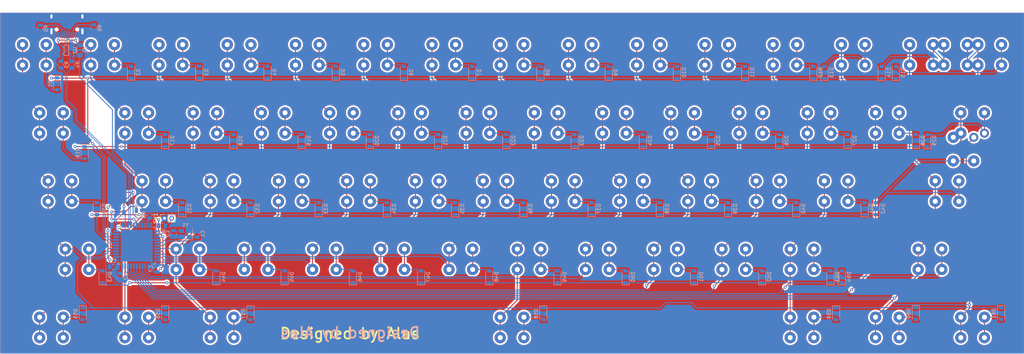
<source format=kicad_pcb>
(kicad_pcb (version 20221018) (generator pcbnew)
  (layers (0 "F.Cu" signal) (31 "B.Cu" signal) (34 "B.Paste" user) (35 "F.Paste" user) (36 "B.SilkS" user "B.Silkscreen") (37 "F.SilkS" user "F.Silkscreen") (38 "B.Mask" user) (39 "F.Mask" user) (44 "Edge.Cuts" user))
  (net 0 "")
  (net 1 "ROW4")
  (net 2 "Net-(D1-Pad2)")
  (net 3 "Net-(D2-Pad2)")
  (net 4 "Net-(D3-Pad2)")
  (net 5 "Net-(D4-Pad2)")
  (net 6 "Net-(D5-Pad2)")
  (net 7 "Net-(D6-Pad2)")
  (net 8 "Net-(D7-Pad2)")
  (net 9 "Net-(D8-Pad2)")
  (net 10 "Net-(D9-Pad2)")
  (net 11 "Net-(D10-Pad2)")
  (net 12 "Net-(D11-Pad2)")
  (net 13 "Net-(D12-Pad2)")
  (net 14 "Net-(D13-Pad2)")
  (net 15 "Net-(D14-Pad2)")
  (net 16 "Net-(D15-Pad2)")
  (net 17 "ROW3")
  (net 18 "Net-(D16-Pad2)")
  (net 19 "Net-(D17-Pad2)")
  (net 20 "Net-(D18-Pad2)")
  (net 21 "Net-(D19-Pad2)")
  (net 22 "Net-(D20-Pad2)")
  (net 23 "Net-(D21-Pad2)")
  (net 24 "Net-(D22-Pad2)")
  (net 25 "Net-(D23-Pad2)")
  (net 26 "Net-(D24-Pad2)")
  (net 27 "Net-(D25-Pad2)")
  (net 28 "Net-(D26-Pad2)")
  (net 29 "Net-(D27-Pad2)")
  (net 30 "Net-(D28-Pad2)")
  (net 31 "Net-(D29-Pad2)")
  (net 32 "Net-(D30-Pad2)")
  (net 33 "ROW2")
  (net 34 "Net-(D31-Pad2)")
  (net 35 "Net-(D32-Pad2)")
  (net 36 "Net-(D33-Pad2)")
  (net 37 "Net-(D34-Pad2)")
  (net 38 "Net-(D35-Pad2)")
  (net 39 "Net-(D36-Pad2)")
  (net 40 "Net-(D37-Pad2)")
  (net 41 "Net-(D38-Pad2)")
  (net 42 "Net-(D39-Pad2)")
  (net 43 "Net-(D40-Pad2)")
  (net 44 "Net-(D41-Pad2)")
  (net 45 "Net-(D42-Pad2)")
  (net 46 "Net-(D43-Pad2)")
  (net 47 "Net-(D44-Pad2)")
  (net 48 "ROW1")
  (net 49 "Net-(D45-Pad2)")
  (net 50 "Net-(D46-Pad2)")
  (net 51 "Net-(D47-Pad2)")
  (net 52 "Net-(D48-Pad2)")
  (net 53 "Net-(D49-Pad2)")
  (net 54 "Net-(D50-Pad2)")
  (net 55 "Net-(D51-Pad2)")
  (net 56 "Net-(D52-Pad2)")
  (net 57 "Net-(D53-Pad2)")
  (net 58 "Net-(D54-Pad2)")
  (net 59 "Net-(D55-Pad2)")
  (net 60 "Net-(D56-Pad2)")
  (net 61 "Net-(D57-Pad2)")
  (net 62 "Net-(D58-Pad2)")
  (net 63 "ROW0")
  (net 64 "Net-(D59-Pad2)")
  (net 65 "Net-(D60-Pad2)")
  (net 66 "Net-(D61-Pad2)")
  (net 67 "COL0")
  (net 68 "COL1")
  (net 69 "COL2")
  (net 70 "COL4")
  (net 71 "COL5")
  (net 72 "COL6")
  (net 73 "COL7")
  (net 74 "COL8")
  (net 75 "COL9")
  (net 76 "COL10")
  (net 77 "COL11")
  (net 78 "COL12")
  (net 79 "COL13")
  (net 80 "COL14")
  (net 81 "Net-(R1-Pad2)")
  (net 82 "GND")
  (net 83 "VCC")
  (net 84 "Net-(USB1-Pad3)")
  (net 85 "Net-(R6-Pad2)")
  (net 86 "Net-(R5-Pad2)")
  (net 87 "Net-(USB1-Pad9)")
  (net 88 "+5V")
  (net 89 "Net-(U1-Pad42)")
  (net 90 "Net-(R2-Pad2)")
  (net 91 "Net-(C1-Pad1)")
  (net 92 "Net-(C2-Pad1)")
  (net 93 "Net-(U1-Pad12)")
  (net 94 "Net-(U1-Pad11)")
  (net 95 "Net-(U1-Pad10)")
  (net 96 "Net-(U1-Pad9)")
  (net 97 "Net-(U1-Pad8)")
  (net 98 "Net-(C3-Pad1)")
  (net 99 "Net-(U1-Pad5)")
  (net 100 "D+")
  (net 101 "D-")
  (net 102 "/DN+")
  (net 103 "/DN-")
  (net 104 "COL3")
  (footprint "hitek725:Hitek725-1U" (layer "F.Cu") (at 17.4625 27.78125)
    (fp_text reference "MX2")
    (fp_text value "MX-NoLED")
  )
  (footprint "hitek725:Hitek725-1U" (layer "F.Cu") (at 36.5125 27.78125)
    (fp_text reference "MX3")
    (fp_text value "MX-NoLED")
  )
  (footprint "hitek725:Hitek725-1U" (layer "F.Cu") (at 55.5625 27.78125)
    (fp_text reference "MX4")
    (fp_text value "MX-NoLED")
  )
  (footprint "hitek725:Hitek725-1U" (layer "F.Cu") (at 74.6125 27.78125)
    (fp_text reference "MX5")
    (fp_text value "MX-NoLED")
  )
  (footprint "hitek725:Hitek725-1U" (layer "F.Cu") (at 93.6625 27.78125)
    (fp_text reference "MX6")
    (fp_text value "MX-NoLED")
  )
  (footprint "hitek725:Hitek725-1U" (layer "F.Cu") (at 112.7125 27.78125)
    (fp_text reference "MX7")
    (fp_text value "MX-NoLED")
  )
  (footprint "hitek725:Hitek725-1U" (layer "F.Cu") (at 131.7625 27.78125)
    (fp_text reference "MX8")
    (fp_text value "MX-NoLED")
  )
  (footprint "hitek725:Hitek725-1U" (layer "F.Cu") (at 150.8125 27.78125)
    (fp_text reference "MX9")
    (fp_text value "MX-NoLED")
  )
  (footprint "hitek725:Hitek725-1U" (layer "F.Cu") (at 169.8625 27.78125)
    (fp_text reference "MX10")
    (fp_text value "MX-NoLED")
  )
  (footprint "hitek725:Hitek725-1U" (layer "F.Cu") (at 188.9125 27.78125)
    (fp_text reference "MX11")
    (fp_text value "MX-NoLED")
  )
  (footprint "hitek725:Hitek725-1U" (layer "F.Cu") (at 207.9625 27.78125)
    (fp_text reference "MX12")
    (fp_text value "MX-NoLED")
  )
  (footprint "hitek725:Hitek725-1U" (layer "F.Cu") (at 227.0125 27.78125)
    (fp_text reference "MX13")
    (fp_text value "MX-NoLED")
  )
  (footprint "hitek725:Hitek725-1U" (layer "F.Cu") (at 246.0625 27.78125)
    (fp_text reference "MX14")
    (fp_text value "MX-NoLED")
  )
  (footprint "hitek725:Hitek725-1U" (layer "F.Cu") (at 265.1125 27.78125)
    (fp_text reference "MX15")
    (fp_text value "MX-NoLED")
  )
  (footprint "hitek725:Hitek725-1U" (layer "F.Cu") (at 284.1625 27.78125)
    (fp_text reference "MX16")
    (fp_text value "MX-NoLED")
  )
  (footprint "hitek725:Hitek725-1.5U" (layer "F.Cu") (at 22.225 46.83125)
    (fp_text reference "MX17")
    (fp_text value "MX-NoLED")
  )
  (footprint "hitek725:Hitek725-1U" (layer "F.Cu") (at 46.0375 46.83125)
    (fp_text reference "MX18")
    (fp_text value "MX-NoLED")
  )
  (footprint "hitek725:Hitek725-1U" (layer "F.Cu") (at 65.0875 46.83125)
    (fp_text reference "MX19")
    (fp_text value "MX-NoLED")
  )
  (footprint "hitek725:Hitek725-1U" (layer "F.Cu") (at 84.1375 46.83125)
    (fp_text reference "MX20")
    (fp_text value "MX-NoLED")
  )
  (footprint "hitek725:Hitek725-1U" (layer "F.Cu") (at 103.1875 46.83125)
    (fp_text reference "MX21")
    (fp_text value "MX-NoLED")
  )
  (footprint "hitek725:Hitek725-1U" (layer "F.Cu") (at 122.2375 46.83125)
    (fp_text reference "MX22")
    (fp_text value "MX-NoLED")
  )
  (footprint "hitek725:Hitek725-1U" (layer "F.Cu") (at 141.2875 46.83125)
    (fp_text reference "MX23")
    (fp_text value "MX-NoLED")
  )
  (footprint "hitek725:Hitek725-1U" (layer "F.Cu") (at 160.3375 46.83125)
    (fp_text reference "MX24")
    (fp_text value "MX-NoLED")
  )
  (footprint "hitek725:Hitek725-1U" (layer "F.Cu") (at 179.3875 46.83125)
    (fp_text reference "MX25")
    (fp_text value "MX-NoLED")
  )
  (footprint "hitek725:Hitek725-1U" (layer "F.Cu") (at 198.4375 46.83125)
    (fp_text reference "MX26")
    (fp_text value "MX-NoLED")
  )
  (footprint "hitek725:Hitek725-1U" (layer "F.Cu") (at 217.4875 46.83125)
    (fp_text reference "MX27")
    (fp_text value "MX-NoLED")
  )
  (footprint "hitek725:Hitek725-1U" (layer "F.Cu") (at 236.5375 46.83125)
    (fp_text reference "MX28")
    (fp_text value "MX-NoLED")
  )
  (footprint "hitek725:Hitek725-1U" (layer "F.Cu") (at 255.5875 46.83125)
    (fp_text reference "MX29")
    (fp_text value "MX-NoLED")
  )
  (footprint "hitek725:Hitek725-1.75U" (layer "F.Cu") (at 24.60625 65.88125)
    (fp_text reference "MX32")
    (fp_text value "MX-NoLED")
  )
  (footprint "hitek725:Hitek725-1U" (layer "F.Cu") (at 50.8 65.88125)
    (fp_text reference "MX33")
    (fp_text value "MX-NoLED")
  )
  (footprint "hitek725:Hitek725-1U" (layer "F.Cu") (at 69.85 65.88125)
    (fp_text reference "MX34")
    (fp_text value "MX-NoLED")
  )
  (footprint "hitek725:Hitek725-1U" (layer "F.Cu") (at 88.9 65.88125)
    (fp_text reference "MX35")
    (fp_text value "MX-NoLED")
  )
  (footprint "hitek725:Hitek725-1U" (layer "F.Cu") (at 107.95 65.88125)
    (fp_text reference "MX36")
    (fp_text value "MX-NoLED")
  )
  (footprint "hitek725:Hitek725-1U" (layer "F.Cu") (at 127.125 65.88125)
    (fp_text reference "MX37")
    (fp_text value "MX-NoLED")
  )
  (footprint "hitek725:Hitek725-1U" (layer "F.Cu") (at 146.05 65.88125)
    (fp_text reference "MX38")
    (fp_text value "MX-NoLED")
  )
  (footprint "hitek725:Hitek725-1U" (layer "F.Cu") (at 165.1 65.88125)
    (fp_text reference "MX39")
    (fp_text value "MX-NoLED")
  )
  (footprint "hitek725:Hitek725-1U" (layer "F.Cu") (at 184.15 65.88125)
    (fp_text reference "MX40")
    (fp_text value "MX-NoLED")
  )
  (footprint "hitek725:Hitek725-1U" (layer "F.Cu") (at 203.2 65.88125)
    (fp_text reference "MX41")
    (fp_text value "MX-NoLED")
  )
  (footprint "hitek725:Hitek725-1U" (layer "F.Cu") (at 222.25 65.88125)
    (fp_text reference "MX42")
    (fp_text value "MX-NoLED")
  )
  (footprint "hitek725:Hitek725-1U" (layer "F.Cu") (at 241.3 65.88125)
    (fp_text reference "MX43")
    (fp_text value "MX-NoLED")
  )
  (footprint "hitek725:Hitek725-2.25U" (layer "F.Cu") (at 272.25625 65.88125)
    (fp_text reference "MX44")
    (fp_text value "MX-NoLED")
  )
  (footprint "hitek725:Hitek725-2.25U" (layer "F.Cu") (at 29.36875 84.93125)
    (fp_text reference "MX45")
    (fp_text value "MX-NoLED")
  )
  (footprint "hitek725:Hitek725-1U" (layer "F.Cu") (at 60.325 84.93125)
    (fp_text reference "MX46")
    (fp_text value "MX-NoLED")
  )
  (footprint "hitek725:Hitek725-1U" (layer "F.Cu") (at 79.375 84.93125)
    (fp_text reference "MX47")
    (fp_text value "MX-NoLED")
  )
  (footprint "hitek725:Hitek725-1U" (layer "F.Cu") (at 98.425 84.93125)
    (fp_text reference "MX48")
    (fp_text value "MX-NoLED")
  )
  (footprint "hitek725:Hitek725-1U" (layer "F.Cu") (at 117.475 84.93125)
    (fp_text reference "MX49")
    (fp_text value "MX-NoLED")
  )
  (footprint "hitek725:Hitek725-1U" (layer "F.Cu") (at 136.525 84.93125)
    (fp_text reference "MX50")
    (fp_text value "MX-NoLED")
  )
  (footprint "hitek725:Hitek725-1U" (layer "F.Cu") (at 155.575 84.93125)
    (fp_text reference "MX51")
    (fp_text value "MX-NoLED")
  )
  (footprint "hitek725:Hitek725-1U" (layer "F.Cu") (at 174.625 84.93125)
    (fp_text reference "MX52")
    (fp_text value "MX-NoLED")
  )
  (footprint "hitek725:Hitek725-1U" (layer "F.Cu") (at 193.675 84.93125)
    (fp_text reference "MX53")
    (fp_text value "MX-NoLED")
  )
  (footprint "hitek725:Hitek725-1U" (layer "F.Cu") (at 212.725 84.93125)
    (fp_text reference "MX54")
    (fp_text value "MX-NoLED")
  )
  (footprint "hitek725:Hitek725-1U" (layer "F.Cu") (at 231.775 84.93125)
    (fp_text reference "MX55")
    (fp_text value "MX-NoLED")
  )
  (footprint "hitek725:Hitek725-2.75U" (layer "F.Cu") (at 267.49375 84.93125)
    (fp_text reference "MX56")
    (fp_text value "MX-NoLED")
  )
  (footprint "hitek725:Hitek725-1.5U" (layer "F.Cu") (at 22.225 103.98125)
    (fp_text reference "MX57")
    (fp_text value "MX-NoLED")
  )
  (footprint "hitek725:Hitek725-1U" (layer "F.Cu") (at 46.0375 103.98125)
    (fp_text reference "MX58")
    (fp_text value "MX-NoLED")
  )
  (footprint "hitek725:Hitek725-1.5U" (layer "F.Cu") (at 69.85 103.98125)
    (fp_text reference "MX59")
    (fp_text value "MX-NoLED")
  )
  (footprint "hitek725:Hitek725-7U" (layer "F.Cu") (at 150.8125 103.98125)
    (fp_text reference "MX60")
    (fp_text value "MX-NoLED")
  )
  (footprint "hitek725:Hitek725-1.5U" (layer "F.Cu") (at 231.775 103.98125)
    (fp_text reference "MX61")
    (fp_text value "MX-NoLED")
  )
  (footprint "hitek725:Hitek725-1U" (layer "F.Cu") (at 255.5875 103.98125)
    (fp_text reference "MX62")
    (fp_text value "MX-NoLED")
  )
  (footprint "hitek725:Hitek725-1.5U" (layer "F.Cu") (at 279.4 103.98125)
    (fp_text reference "MX63")
    (fp_text value "MX-NoLED")
  )
  (footprint "hitek725:Hitek725-1.5U" (layer "F.Cu") (at 279.4 46.83125)
    (fp_text reference "MX30")
    (fp_text value "MX-NoLED")
  )
  (footprint "Connector_PinSocket_2.00mm:PinSocket_1x02_P2.00mm_Vertical" (layer "F.Cu") (at 53.7784 75.692 90)
    (fp_text reference "SW1")
    (fp_text value "SW_Push")
  )
  (footprint "random-keyboard-parts:D_SOD-123-Pretty" (layer "B.Cu") (at 23.8125 38.1 -90)
    (fp_text reference "D1")
    (fp_text value "D_Small")
  )
  (footprint "random-keyboard-parts:D_SOD-123-Pretty" (layer "B.Cu") (at 44.45 34.8625 90)
    (fp_text reference "D2")
    (fp_text value "D_Small")
  )
  (footprint "random-keyboard-parts:D_SOD-123-Pretty" (layer "B.Cu") (at 63.5 34.8625 90)
    (fp_text reference "D3")
    (fp_text value "D_Small")
  )
  (footprint "random-keyboard-parts:D_SOD-123-Pretty" (layer "B.Cu") (at 82.55 34.8625 90)
    (fp_text reference "D4")
    (fp_text value "D_Small")
  )
  (footprint "random-keyboard-parts:D_SOD-123-Pretty" (layer "B.Cu") (at 101.6 34.8625 90)
    (fp_text reference "D5")
    (fp_text value "D_Small")
  )
  (footprint "random-keyboard-parts:D_SOD-123-Pretty" (layer "B.Cu") (at 120.65 34.925 90)
    (fp_text reference "D6")
    (fp_text value "D_Small")
  )
  (footprint "random-keyboard-parts:D_SOD-123-Pretty" (layer "B.Cu") (at 139.7 34.925 90)
    (fp_text reference "D7")
    (fp_text value "D_Small")
  )
  (footprint "random-keyboard-parts:D_SOD-123-Pretty" (layer "B.Cu") (at 158.75 34.925 90)
    (fp_text reference "D8")
    (fp_text value "D_Small")
  )
  (footprint "random-keyboard-parts:D_SOD-123-Pretty" (layer "B.Cu") (at 177.8 34.925 90)
    (fp_text reference "D9")
    (fp_text value "D_Small")
  )
  (footprint "random-keyboard-parts:D_SOD-123-Pretty" (layer "B.Cu") (at 196.85 34.925 90)
    (fp_text reference "D10")
    (fp_text value "D_Small")
  )
  (footprint "random-keyboard-parts:D_SOD-123-Pretty" (layer "B.Cu") (at 215.9 34.925 90)
    (fp_text reference "D11")
    (fp_text value "D_Small")
  )
  (footprint "random-keyboard-parts:D_SOD-123-Pretty" (layer "B.Cu") (at 234.95 34.925 90)
    (fp_text reference "D12")
    (fp_text value "D_Small")
  )
  (footprint "random-keyboard-parts:D_SOD-123-Pretty" (layer "B.Cu") (at 237.998 34.925 90)
    (fp_text reference "D13")
    (fp_text value "D_Small")
  )
  (footprint "random-keyboard-parts:D_SOD-123-Pretty" (layer "B.Cu") (at 254 34.925 90)
    (fp_text reference "D14")
    (fp_text value "D_Small")
  )
  (footprint "random-keyboard-parts:D_SOD-123-Pretty" (layer "B.Cu") (at 257.96875 34.925 90)
    (fp_text reference "D15")
    (fp_text value "D_Small")
  )
  (footprint "random-keyboard-parts:D_SOD-123-Pretty" (layer "B.Cu") (at 31.496 57.404 -90)
    (fp_text reference "D16")
    (fp_text value "D_Small")
  )
  (footprint "random-keyboard-parts:D_SOD-123-Pretty" (layer "B.Cu") (at 53.975 53.975 90)
    (fp_text reference "D17")
    (fp_text value "D_Small")
  )
  (footprint "random-keyboard-parts:D_SOD-123-Pretty" (layer "B.Cu") (at 73.025 53.975 90)
    (fp_text reference "D18")
    (fp_text value "D_Small")
  )
  (footprint "random-keyboard-parts:D_SOD-123-Pretty" (layer "B.Cu") (at 92.075 53.975 90)
    (fp_text reference "D19")
    (fp_text value "D_Small")
  )
  (footprint "random-keyboard-parts:D_SOD-123-Pretty" (layer "B.Cu") (at 111.125 53.975 90)
    (fp_text reference "D20")
    (fp_text value "D_Small")
  )
  (footprint "random-keyboard-parts:D_SOD-123-Pretty" (layer "B.Cu") (at 130.175 53.975 90)
    (fp_text reference "D21")
    (fp_text value "D_Small")
  )
  (footprint "random-keyboard-parts:D_SOD-123-Pretty" (layer "B.Cu") (at 149.225 53.975 90)
    (fp_text reference "D22")
    (fp_text value "D_Small")
  )
  (footprint "random-keyboard-parts:D_SOD-123-Pretty" (layer "B.Cu") (at 168.275 53.975 90)
    (fp_text reference "D23")
    (fp_text value "D_Small")
  )
  (footprint "random-keyboard-parts:D_SOD-123-Pretty" (layer "B.Cu") (at 187.325 53.975 90)
    (fp_text reference "D24")
    (fp_text value "D_Small")
  )
  (footprint "random-keyboard-parts:D_SOD-123-Pretty" (layer "B.Cu") (at 206.375 53.975 90)
    (fp_text reference "D25")
    (fp_text value "D_Small")
  )
  (footprint "random-keyboard-parts:D_SOD-123-Pretty" (layer "B.Cu") (at 225.425 53.975 90)
    (fp_text reference "D26")
    (fp_text value "D_Small")
  )
  (footprint "random-keyboard-parts:D_SOD-123-Pretty" (layer "B.Cu") (at 244.475 53.975 90)
    (fp_text reference "D27")
    (fp_text value "D_Small")
  )
  (footprint "random-keyboard-parts:D_SOD-123-Pretty" (layer "B.Cu") (at 263.525 53.975 90)
    (fp_text reference "D28")
    (fp_text value "D_Small")
  )
  (footprint "random-keyboard-parts:D_SOD-123-Pretty" (layer "B.Cu") (at 266.7 53.975 90)
    (fp_text reference "D29")
    (fp_text value "D_Small")
  )
  (footprint "random-keyboard-parts:D_SOD-123-Pretty" (layer "B.Cu") (at 34.925 73.025 90)
    (fp_text reference "D30")
    (fp_text value "D_Small")
  )
  (footprint "random-keyboard-parts:D_SOD-123-Pretty" (layer "B.Cu") (at 58.7375 73.025 90)
    (fp_text reference "D31")
    (fp_text value "D_Small")
  )
  (footprint "random-keyboard-parts:D_SOD-123-Pretty" (layer "B.Cu") (at 77.7875 73.025 90)
    (fp_text reference "D32")
    (fp_text value "D_Small")
  )
  (footprint "random-keyboard-parts:D_SOD-123-Pretty" (layer "B.Cu") (at 96.8375 73.025 90)
    (fp_text reference "D33")
    (fp_text value "D_Small")
  )
  (footprint "random-keyboard-parts:D_SOD-123-Pretty" (layer "B.Cu") (at 115.8875 73.025 90)
    (fp_text reference "D34")
    (fp_text value "D_Small")
  )
  (footprint "random-keyboard-parts:D_SOD-123-Pretty" (layer "B.Cu") (at 134.9375 73.025 90)
    (fp_text reference "D35")
    (fp_text value "D_Small")
  )
  (footprint "random-keyboard-parts:D_SOD-123-Pretty" (layer "B.Cu") (at 153.9875 73.025 90)
    (fp_text reference "D36")
    (fp_text value "D_Small")
  )
  (footprint "random-keyboard-parts:D_SOD-123-Pretty" (layer "B.Cu") (at 173.0375 73.025 90)
    (fp_text reference "D37")
    (fp_text value "D_Small")
  )
  (footprint "random-keyboard-parts:D_SOD-123-Pretty" (layer "B.Cu") (at 192.0875 73.025 90)
    (fp_text reference "D38")
    (fp_text value "D_Small")
  )
  (footprint "random-keyboard-parts:D_SOD-123-Pretty" (layer "B.Cu") (at 211.1375 73.025 90)
    (fp_text reference "D39")
    (fp_text value "D_Small")
  )
  (footprint "random-keyboard-parts:D_SOD-123-Pretty" (layer "B.Cu") (at 230.1875 73.025 90)
    (fp_text reference "D40")
    (fp_text value "D_Small")
  )
  (footprint "random-keyboard-parts:D_SOD-123-Pretty" (layer "B.Cu") (at 249.2375 73.025 90)
    (fp_text reference "D41")
    (fp_text value "D_Small")
  )
  (footprint "random-keyboard-parts:D_SOD-123-Pretty" (layer "B.Cu") (at 252.4125 73.025 90)
    (fp_text reference "D42")
    (fp_text value "D_Small")
  )
  (footprint "random-keyboard-parts:D_SOD-123-Pretty" (layer "B.Cu") (at 36.5125 92.075 90)
    (fp_text reference "D43")
    (fp_text value "D_Small")
  )
  (footprint "random-keyboard-parts:D_SOD-123-Pretty" (layer "B.Cu") (at 68.2625 92.075 90)
    (fp_text reference "D44")
    (fp_text value "D_Small")
  )
  (footprint "random-keyboard-parts:D_SOD-123-Pretty" (layer "B.Cu") (at 87.3125 92.075 90)
    (fp_text reference "D45")
    (fp_text value "D_Small")
  )
  (footprint "random-keyboard-parts:D_SOD-123-Pretty" (layer "B.Cu") (at 106.3625 92.075 90)
    (fp_text reference "D46")
    (fp_text value "D_Small")
  )
  (footprint "random-keyboard-parts:D_SOD-123-Pretty" (layer "B.Cu") (at 125.4125 92.075 90)
    (fp_text reference "D47")
    (fp_text value "D_Small")
  )
  (footprint "random-keyboard-parts:D_SOD-123-Pretty" (layer "B.Cu") (at 144.4625 92.075 90)
    (fp_text reference "D48")
    (fp_text value "D_Small")
  )
  (footprint "random-keyboard-parts:D_SOD-123-Pretty" (layer "B.Cu") (at 163.5125 92.075 90)
    (fp_text reference "D49")
    (fp_text value "D_Small")
  )
  (footprint "random-keyboard-parts:D_SOD-123-Pretty" (layer "B.Cu") (at 182.5625 92.075 90)
    (fp_text reference "D50")
    (fp_text value "D_Small")
  )
  (footprint "random-keyboard-parts:D_SOD-123-Pretty" (layer "B.Cu") (at 201.6125 92.075 90)
    (fp_text reference "D51")
    (fp_text value "D_Small")
  )
  (footprint "random-keyboard-parts:D_SOD-123-Pretty" (layer "B.Cu") (at 220.6625 92.075 90)
    (fp_text reference "D52")
    (fp_text value "D_Small")
  )
  (footprint "random-keyboard-parts:D_SOD-123-Pretty" (layer "B.Cu") (at 239.7125 92.075 90)
    (fp_text reference "D53")
    (fp_text value "D_Small")
  )
  (footprint "random-keyboard-parts:D_SOD-123-Pretty" (layer "B.Cu") (at 242.8875 92.075 90)
    (fp_text reference "D54")
    (fp_text value "D_Small")
  )
  (footprint "random-keyboard-parts:D_SOD-123-Pretty" (layer "B.Cu") (at 30.95625 102.39375 -90)
    (fp_text reference "D55")
    (fp_text value "D_Small")
  )
  (footprint "random-keyboard-parts:D_SOD-123-Pretty" (layer "B.Cu") (at 53.975 102.39375 -90)
    (fp_text reference "D56")
    (fp_text value "D_Small")
  )
  (footprint "random-keyboard-parts:D_SOD-123-Pretty" (layer "B.Cu") (at 77.7875 102.39375 -90)
    (fp_text reference "D57")
    (fp_text value "D_Small")
  )
  (footprint "random-keyboard-parts:D_SOD-123-Pretty" (layer "B.Cu") (at 159.54375 102.39375 -90)
    (fp_text reference "D58")
    (fp_text value "D_Small")
  )
  (footprint "random-keyboard-parts:D_SOD-123-Pretty" (layer "B.Cu") (at 241.3 102.39375 -90)
    (fp_text reference "D59")
    (fp_text value "D_Small")
  )
  (footprint "random-keyboard-parts:D_SOD-123-Pretty" (layer "B.Cu") (at 263.525 102.33125 -90)
    (fp_text reference "D60")
    (fp_text value "D_Small")
  )
  (footprint "random-keyboard-parts:D_SOD-123-Pretty" (layer "B.Cu") (at 287.3375 102.33125 -90)
    (fp_text reference "D61")
    (fp_text value "D_Small")
  )
  (footprint "hitek725:Hitek725-2U" (layer "B.Cu") (at 274.6375 27.78125 180)
    (fp_text reference "MX1")
    (fp_text value "MX-NoLED")
  )
  (footprint "random-keyboard-parts:SOT143B" (layer "B.Cu") (at 26.4 28.73125 -90)
    (fp_text reference "U2")
    (fp_text value "PRTR5V0U2X")
  )
  (footprint "Type-C:HRO-TYPE-C-31-M-12-Assembly" (layer "B.Cu") (at 26.5501 16.66875)
    (fp_text reference "USB1")
    (fp_text value "HRO-TYPE-C-31-M-12")
  )
  (footprint "Resistor_SMD:R_0805_2012Metric" (layer "B.Cu") (at 27.94 32.71925 90)
    (fp_text reference "R4")
    (fp_text value "22")
  )
  (footprint "Resistor_SMD:R_0805_2012Metric" (layer "B.Cu") (at 24.8285 32.73425 90)
    (fp_text reference "R3")
    (fp_text value "22")
  )
  (footprint "Capacitor_SMD:C_0805_2012Metric" (layer "B.Cu") (at 62.8269 80.0204 90)
    (fp_text reference "C1")
    (fp_text value "22pF")
  )
  (footprint "Capacitor_SMD:C_0805_2012Metric" (layer "B.Cu") (at 56.3499 80.0504 -90)
    (fp_text reference "C2")
    (fp_text value "22pF")
  )
  (footprint "Capacitor_SMD:C_0805_2012Metric" (layer "B.Cu") (at 46.848 73.533)
    (fp_text reference "C3")
    (fp_text value "1uF")
  )
  (footprint "Capacitor_SMD:C_0805_2012Metric" (layer "B.Cu") (at 41.529 74.041)
    (fp_text reference "C4")
    (fp_text value "10uF")
  )
  (footprint "Capacitor_SMD:C_0805_2012Metric" (layer "B.Cu") (at 49.6062 74.7037 -90)
    (fp_text reference "C5")
    (fp_text value "0.1uF")
  )
  (footprint "Capacitor_SMD:C_0805_2012Metric" (layer "B.Cu") (at 39.3931 89.2683 180)
    (fp_text reference "C6")
    (fp_text value "0.1uF")
  )
  (footprint "Capacitor_SMD:C_0805_2012Metric" (layer "B.Cu") (at 51.689 89.7405 -90)
    (fp_text reference "C7")
    (fp_text value "0.1uF")
  )
  (footprint "Fuse:Fuse_1206_3216Metric" (layer "B.Cu") (at 30.099 28.702 90)
    (fp_text reference "F1")
    (fp_text value "500mA")
  )
  (footprint "Crystal:Crystal_SMD_3225-4Pin_3.2x2.5mm" (layer "B.Cu") (at 59.6089 80.0599 180)
    (fp_text reference "Y1")
    (fp_text value "16Mhz")
  )
  (footprint "Package_QFP:TQFP-44_10x10mm_P0.8mm" (layer "B.Cu") (at 46.03125 83.34375 -90)
    (fp_text reference "U1")
    (fp_text value "ATmega32U4-AU")
  )
  (footprint "Resistor_SMD:R_0805_2012Metric" (layer "B.Cu") (at 53.0629 77.7748)
    (fp_text reference "R1")
    (fp_text value "10k")
  )
  (footprint "Resistor_SMD:R_0805_2012Metric" (layer "B.Cu") (at 41.4274 92.0346 90)
    (fp_text reference "R2")
    (fp_text value "1k")
  )
  (footprint "Resistor_SMD:R_0805_2012Metric" (layer "B.Cu") (at 19.05 22.6545 90)
    (fp_text reference "R5")
    (fp_text value "5.1k")
  )
  (footprint "Resistor_SMD:R_0805_2012Metric" (layer "B.Cu") (at 34.036 22.5275 90)
    (fp_text reference "R6")
    (fp_text value "5.1k")
  )
  (footprint "hitek725:Hitek725-BigAssEnter" (layer "B.Cu") (at 274.6375 56.35625)
    (fp_text reference "MX31")
    (fp_text value "MX-NoLED")
  )
  (gr_text "Designed by Alas" (at 105.5751 107.6833) (layer "B.SilkS") (effects (font (size 3 3) (thickness 0.5)) (justify mirror)))
  (gr_text "Designed by Alas" (at 105.5751 107.9246) (layer "F.SilkS") (effects (font (size 3 3) (thickness 0.5))))
  (segment (start 22.225 36.5125) (end 32.3469 36.5125) (width 0.25) (layer "F.Cu") (net 1))
  (segment (start 32.3596 36.4998) (end 32.3596 53.4416) (width 0.25) (layer "F.Cu") (net 1))
  (segment (start 32.3596 53.4416) (end 33.782 54.864) (width 0.25) (layer "F.Cu") (net 1))
  (segment (start 32.3469 36.5125) (end 32.3596 36.4998) (width 0.25) (layer "F.Cu") (net 1))
  (via (at 22.225 36.5125) (size 0.8) (drill 0.4) (layers "F.Cu" "B.Cu") (net 1))
  (via (at 33.782 54.864) (size 0.8) (drill 0.4) (layers "F.Cu" "B.Cu") (net 1))
  (via (at 32.3596 36.4998) (size 0.8) (drill 0.4) (layers "F.Cu" "B.Cu") (net 1))
  (segment (start 23.8125 36.5125) (end 22.225 36.5125) (width 0.25) (layer "B.Cu") (net 1))
  (segment (start 257.90625 36.5125) (end 257.96875 36.575) (width 0.25) (layer "B.Cu") (net 1))
  (segment (start 39.19875 81.74375) (end 37.211 79.756) (width 0.25) (layer "B.Cu") (net 1))
  (segment (start 32.3596 36.4998) (end 44.4373 36.4998) (width 0.25) (layer "B.Cu") (net 1))
  (segment (start 44.4373 36.4998) (end 44.45 36.5125) (width 0.25) (layer "B.Cu") (net 1))
  (segment (start 44.45 36.5125) (end 257.90625 36.5125) (width 0.25) (layer "B.Cu") (net 1))
  (segment (start 40.33125 81.74375) (end 39.19875 81.74375) (width 0.25) (layer "B.Cu") (net 1))
  (segment (start 37.211 79.756) (end 37.211 58.293) (width 0.25) (layer "B.Cu") (net 1))
  (segment (start 37.211 58.293) (end 33.782 54.864) (width 0.25) (layer "B.Cu") (net 1))
  (segment (start 20.7625 32.86125) (end 20.7625 27.14125) (width 0.25) (layer "F.Cu") (net 2))
  (segment (start 20.7625 38.1615) (end 22.352 39.751) (width 0.25) (layer "B.Cu") (net 2))
  (segment (start 23.8115 39.751) (end 23.8125 39.75) (width 0.25) (layer "B.Cu") (net 2))
  (segment (start 20.7625 32.86125) (end 20.7625 38.1615) (width 0.25) (layer "B.Cu") (net 2))
  (segment (start 22.352 39.751) (end 23.8115 39.751) (width 0.25) (layer "B.Cu") (net 2))
  (segment (start 39.8125 27.14125) (end 39.8125 32.86125) (width 0.25) (layer "F.Cu") (net 3))
  (segment (start 44.09875 32.86125) (end 44.45 33.2125) (width 0.25) (layer "B.Cu") (net 3))
  (segment (start 39.8125 32.86125) (end 44.09875 32.86125) (width 0.25) (layer "B.Cu") (net 3))
  (segment (start 58.8625 27.14125) (end 58.8625 32.86125) (width 0.25) (layer "F.Cu") (net 4))
  (segment (start 63.14875 32.86125) (end 63.5 33.2125) (width 0.25) (layer "B.Cu") (net 4))
  (segment (start 58.8625 32.86125) (end 63.14875 32.86125) (width 0.25) (layer "B.Cu") (net 4))
  (segment (start 77.9125 27.14125) (end 77.9125 32.86125) (width 0.25) (layer "F.Cu") (net 5))
  (segment (start 77.9125 32.86125) (end 82.19875 32.86125) (width 0.25) (layer "B.Cu") (net 5))
  (segment (start 82.19875 32.86125) (end 82.55 33.2125) (width 0.25) (layer "B.Cu") (net 5))
  (segment (start 96.9625 27.14125) (end 96.9625 32.86125) (width 0.25) (layer "F.Cu") (net 6))
  (segment (start 96.9625 32.86125) (end 101.24875 32.86125) (width 0.25) (layer "B.Cu") (net 6))
  (segment (start 101.24875 32.86125) (end 101.6 33.2125) (width 0.25) (layer "B.Cu") (net 6))
  (segment (start 116.0125 27.14125) (end 116.0125 32.86125) (width 0.25) (layer "F.Cu") (net 7))
  (segment (start 120.23625 32.86125) (end 120.65 33.275) (width 0.25) (layer "B.Cu") (net 7))
  (segment (start 116.0125 32.86125) (end 120.23625 32.86125) (width 0.25) (layer "B.Cu") (net 7))
  (segment (start 135.0625 27.14125) (end 135.0625 32.86125) (width 0.25) (layer "F.Cu") (net 8))
  (segment (start 135.0625 32.86125) (end 139.28625 32.86125) (width 0.25) (layer "B.Cu") (net 8))
  (segment (start 139.28625 32.86125) (end 139.7 33.275) (width 0.25) (layer "B.Cu") (net 8))
  (segment (start 154.1125 27.14125) (end 154.1125 32.86125) (width 0.25) (layer "F.Cu") (net 9))
  (segment (start 158.33625 32.86125) (end 158.75 33.275) (width 0.25) (layer "B.Cu") (net 9))
  (segment (start 154.1125 32.86125) (end 158.33625 32.86125) (width 0.25) (layer "B.Cu") (net 9))
  (segment (start 173.1625 27.14125) (end 173.1625 32.86125) (width 0.25) (layer "F.Cu") (net 10))
  (segment (start 173.1625 32.86125) (end 177.38625 32.86125) (width 0.25) (layer "B.Cu") (net 10))
  (segment (start 177.38625 32.86125) (end 177.8 33.275) (width 0.25) (layer "B.Cu") (net 10))
  (segment (start 192.2125 27.14125) (end 192.2125 32.86125) (width 0.25) (layer "F.Cu") (net 11))
  (segment (start 196.43625 32.86125) (end 196.85 33.275) (width 0.25) (layer "B.Cu") (net 11))
  (segment (start 192.2125 32.86125) (end 196.43625 32.86125) (width 0.25) (layer "B.Cu") (net 11))
  (segment (start 211.2625 27.14125) (end 211.2625 32.86125) (width 0.25) (layer "F.Cu") (net 12))
  (segment (start 215.48625 32.86125) (end 215.9 33.275) (width 0.25) (layer "B.Cu") (net 12))
  (segment (start 211.2625 32.86125) (end 215.48625 32.86125) (width 0.25) (layer "B.Cu") (net 12))
  (segment (start 230.3125 27.14125) (end 230.3125 32.86125) (width 0.25) (layer "F.Cu") (net 13))
  (segment (start 234.53625 32.86125) (end 234.95 33.275) (width 0.25) (layer "B.Cu") (net 13))
  (segment (start 230.3125 32.86125) (end 234.53625 32.86125) (width 0.25) (layer "B.Cu") (net 13))
  (segment (start 249.3625 27.14125) (end 249.3625 32.86125) (width 0.25) (layer "F.Cu") (net 14))
  (segment (start 247.523 30.48) (end 240.793 30.48) (width 0.25) (layer "B.Cu") (net 14))
  (segment (start 240.793 30.48) (end 237.998 33.275) (width 0.25) (layer "B.Cu") (net 14))
  (segment (start 249.3625 32.86125) (end 249.3625 32.3195) (width 0.25) (layer "B.Cu") (net 14))
  (segment (start 249.3625 32.3195) (end 247.523 30.48) (width 0.25) (layer "B.Cu") (net 14))
  (segment (start 271.3375 32.86125) (end 271.3375 27.14125) (width 0.25) (layer "F.Cu") (net 15))
  (segment (start 268.4125 27.14125) (end 268.4125 32.86125) (width 0.25) (layer "F.Cu") (net 15))
  (segment (start 268.4125 32.4465) (end 266.446 30.48) (width 0.25) (layer "B.Cu") (net 15))
  (segment (start 268.4125 28.7) (end 268.4125 27.14125) (width 0.25) (layer "B.Cu") (net 15))
  (segment (start 256.795 30.48) (end 254 33.275) (width 0.25) (layer "B.Cu") (net 15))
  (segment (start 271.3375 31.625) (end 268.4125 28.7) (width 0.25) (layer "B.Cu") (net 15))
  (segment (start 268.4125 32.86125) (end 271.3375 32.86125) (width 0.25) (layer "B.Cu") (net 15))
  (segment (start 268.4125 27.14125) (end 271.3375 27.14125) (width 0.25) (layer "B.Cu") (net 15))
  (segment (start 266.446 30.48) (end 256.795 30.48) (width 0.25) (layer "B.Cu") (net 15))
  (segment (start 271.3375 32.86125) (end 271.3375 31.625) (width 0.25) (layer "B.Cu") (net 15))
  (segment (start 268.4125 32.86125) (end 268.4125 32.4465) (width 0.25) (layer "B.Cu") (net 15))
  (segment (start 287.4625 27.14125) (end 287.4625 32.86125) (width 0.25) (layer "F.Cu") (net 16))
  (segment (start 285.39875 34.925) (end 287.4625 32.86125) (width 0.25) (layer "B.Cu") (net 16))
  (segment (start 259.61875 34.925) (end 257.96875 33.275) (width 0.25) (layer "B.Cu") (net 16))
  (segment (start 259.61875 34.925) (end 285.39875 34.925) (width 0.25) (layer "B.Cu") (net 16))
  (segment (start 28.829 55.6514) (end 41.783 55.6514) (width 0.25) (layer "F.Cu") (net 17))
  (segment (start 28.8036 55.626) (end 28.829 55.6514) (width 0.25) (layer "F.Cu") (net 17))
  (via (at 28.8036 55.626) (size 0.8) (drill 0.4) (layers "F.Cu" "B.Cu") (net 17))
  (via (at 41.783 55.6514) (size 0.8) (drill 0.4) (layers "F.Cu" "B.Cu") (net 17))
  (segment (start 28.8046 55.625) (end 28.8036 55.626) (width 0.25) (layer "B.Cu") (net 17))
  (segment (start 41.783 55.6514) (end 53.9486 55.6514) (width 0.25) (layer "B.Cu") (net 17))
  (segment (start 40.33125 82.54375) (end 39.23675 82.54375) (width 0.25) (layer "B.Cu") (net 17))
  (segment (start 33.656 55.754) (end 36.703 58.801) (width 0.25) (layer "B.Cu") (net 17))
  (segment (start 30.95625 55.625) (end 28.8046 55.625) (width 0.25) (layer "B.Cu") (net 17))
  (segment (start 53.9486 55.6514) (end 53.975 55.625) (width 0.25) (layer "B.Cu") (net 17))
  (segment (start 266.7 55.625) (end 53.975 55.625) (width 0.25) (layer "B.Cu") (net 17))
  (segment (start 39.23675 82.54375) (end 36.703 80.01) (width 0.25) (layer "B.Cu") (net 17))
  (segment (start 36.703 58.801) (end 36.703 80.01) (width 0.25) (layer "B.Cu") (net 17))
  (segment (start 31.496 55.754) (end 33.656 55.754) (width 0.25) (layer "B.Cu") (net 17))
  (segment (start 25.525 46.19125) (end 25.525 51.91125) (width 0.25) (layer "F.Cu") (net 18))
  (segment (start 28.32 59.054) (end 31.496 59.054) (width 0.25) (layer "B.Cu") (net 18))
  (segment (start 25.525 56.259) (end 28.32 59.054) (width 0.25) (layer "B.Cu") (net 18))
  (segment (start 25.525 51.91125) (end 25.525 56.259) (width 0.25) (layer "B.Cu") (net 18))
  (segment (start 49.3375 46.19125) (end 49.3375 51.91125) (width 0.25) (layer "F.Cu") (net 19))
  (segment (start 49.3375 51.91125) (end 53.56125 51.91125) (width 0.25) (layer "B.Cu") (net 19))
  (segment (start 53.56125 51.91125) (end 53.975 52.325) (width 0.25) (layer "B.Cu") (net 19))
  (segment (start 68.3875 51.91125) (end 68.3875 46.19125) (width 0.25) (layer "F.Cu") (net 20))
  (segment (start 72.61125 51.91125) (end 73.025 52.325) (width 0.25) (layer "B.Cu") (net 20))
  (segment (start 68.3875 51.91125) (end 72.61125 51.91125) (width 0.25) (layer "B.Cu") (net 20))
  (segment (start 87.4375 46.19125) (end 87.4375 51.91125) (width 0.25) (layer "F.Cu") (net 21))
  (segment (start 91.66125 51.91125) (end 92.075 52.325) (width 0.25) (layer "B.Cu") (net 21))
  (segment (start 87.4375 51.91125) (end 91.66125 51.91125) (width 0.25) (layer "B.Cu") (net 21))
  (segment (start 106.4875 51.91125) (end 106.4875 46.19125) (width 0.25) (layer "F.Cu") (net 22))
  (segment (start 106.4875 51.91125) (end 110.71125 51.91125) (width 0.25) (layer "B.Cu") (net 22))
  (segment (start 110.71125 51.91125) (end 111.125 52.325) (width 0.25) (layer "B.Cu") (net 22))
  (segment (start 125.5375 51.91125) (end 125.5375 46.19125) (width 0.25) (layer "F.Cu") (net 23))
  (segment (start 129.76125 51.91125) (end 130.175 52.325) (width 0.25) (layer "B.Cu") (net 23))
  (segment (start 125.5375 51.91125) (end 129.76125 51.91125) (width 0.25) (layer "B.Cu") (net 23))
  (segment (start 144.5875 46.19125) (end 144.5875 51.91125) (width 0.25) (layer "F.Cu") (net 24))
  (segment (start 144.5875 51.91125) (end 148.81125 51.91125) (width 0.25) (layer "B.Cu") (net 24))
  (segment (start 148.81125 51.91125) (end 149.225 52.325) (width 0.25) (layer "B.Cu") (net 24))
  (segment (start 163.6375 51.91125) (end 163.6375 46.19125) (width 0.25) (layer "F.Cu") (net 25))
  (segment (start 167.86125 51.91125) (end 168.275 52.325) (width 0.25) (layer "B.Cu") (net 25))
  (segment (start 163.6375 51.91125) (end 167.86125 51.91125) (width 0.25) (layer "B.Cu") (net 25))
  (segment (start 182.6875 51.91125) (end 182.6875 46.19125) (width 0.25) (layer "F.Cu") (net 26))
  (segment (start 186.91125 51.91125) (end 187.325 52.325) (width 0.25) (layer "B.Cu") (net 26))
  (segment (start 182.6875 51.91125) (end 186.91125 51.91125) (width 0.25) (layer "B.Cu") (net 26))
  (segment (start 201.7375 46.19125) (end 201.7375 51.91125) (width 0.25) (layer "F.Cu") (net 27))
  (segment (start 205.96125 51.91125) (end 206.375 52.325) (width 0.25) (layer "B.Cu") (net 27))
  (segment (start 201.7375 51.91125) (end 205.96125 51.91125) (width 0.25) (layer "B.Cu") (net 27))
  (segment (start 220.7875 51.91125) (end 220.7875 46.19125) (width 0.25) (layer "F.Cu") (net 28))
  (segment (start 225.01125 51.91125) (end 225.425 52.325) (width 0.25) (layer "B.Cu") (net 28))
  (segment (start 220.7875 51.91125) (end 225.01125 51.91125) (width 0.25) (layer "B.Cu") (net 28))
  (segment (start 239.8375 51.91125) (end 239.8375 46.19125) (width 0.25) (layer "F.Cu") (net 29))
  (segment (start 239.8375 51.91125) (end 244.06125 51.91125) (width 0.25) (layer "B.Cu") (net 29))
  (segment (start 244.06125 51.91125) (end 244.475 52.325) (width 0.25) (layer "B.Cu") (net 29))
  (segment (start 258.8875 46.19125) (end 258.8875 51.91125) (width 0.25) (layer "F.Cu") (net 30))
  (segment (start 263.11125 51.91125) (end 263.525 52.325) (width 0.25) (layer "B.Cu") (net 30))
  (segment (start 258.8875 51.91125) (end 263.11125 51.91125) (width 0.25) (layer "B.Cu") (net 30))
  (segment (start 282.7 46.19125) (end 282.7 51.91125) (width 0.25) (layer "F.Cu") (net 31))
  (segment (start 270.89 52.325) (end 273.6215 49.5935) (width 0.25) (layer "B.Cu") (net 31))
  (segment (start 282.7 51.433) (end 280.8605 49.5935) (width 0.25) (layer "B.Cu") (net 31))
  (segment (start 282.7 51.91125) (end 282.7 51.433) (width 0.25) (layer "B.Cu") (net 31))
  (segment (start 273.6215 49.5935) (end 280.8605 49.5935) (width 0.25) (layer "B.Cu") (net 31))
  (segment (start 266.7 52.325) (end 270.89 52.325) (width 0.25) (layer "B.Cu") (net 31))
  (segment (start 27.90625 65.24125) (end 27.90625 70.96125) (width 0.25) (layer "F.Cu") (net 32))
  (segment (start 34.51125 70.96125) (end 34.925 71.375) (width 0.25) (layer "B.Cu") (net 32))
  (segment (start 27.90625 70.96125) (end 34.51125 70.96125) (width 0.25) (layer "B.Cu") (net 32))
  (segment (start 33.4772 74.676) (end 46.7106 74.676) (width 0.25) (layer "F.Cu") (net 33))
  (via (at 33.4772 74.676) (size 0.8) (drill 0.4) (layers "F.Cu" "B.Cu") (net 33))
  (via (at 46.7106 74.676) (size 0.8) (drill 0.4) (layers "F.Cu" "B.Cu") (net 33))
  (segment (start 252.4125 74.675) (end 58.7375 74.675) (width 0.25) (layer "B.Cu") (net 33))
  (segment (start 40.33125 83.34375) (end 39.14775 83.34375) (width 0.25) (layer "B.Cu") (net 33))
  (segment (start 58.7365 74.676) (end 58.7375 74.675) (width 0.25) (layer "B.Cu") (net 33))
  (segment (start 46.7106 74.676) (end 58.7365 74.676) (width 0.25) (layer "B.Cu") (net 33))
  (segment (start 34.925 79.121) (end 34.925 74.675) (width 0.25) (layer "B.Cu") (net 33))
  (segment (start 33.4782 74.675) (end 33.4772 74.676) (width 0.25) (layer "B.Cu") (net 33))
  (segment (start 34.925 74.675) (end 33.4782 74.675) (width 0.25) (layer "B.Cu") (net 33))
  (segment (start 39.14775 83.34375) (end 34.925 79.121) (width 0.25) (layer "B.Cu") (net 33))
  (segment (start 54.1 65.24125) (end 54.1 70.96125) (width 0.25) (layer "F.Cu") (net 34))
  (segment (start 58.32375 70.96125) (end 58.7375 71.375) (width 0.25) (layer "B.Cu") (net 34))
  (segment (start 54.1 70.96125) (end 58.32375 70.96125) (width 0.25) (layer "B.Cu") (net 34))
  (segment (start 73.15 65.24125) (end 73.15 70.96125) (width 0.25) (layer "F.Cu") (net 35))
  (segment (start 77.37375 70.96125) (end 77.7875 71.375) (width 0.25) (layer "B.Cu") (net 35))
  (segment (start 73.15 70.96125) (end 77.37375 70.96125) (width 0.25) (layer "B.Cu") (net 35))
  (segment (start 92.2 65.24125) (end 92.2 70.96125) (width 0.25) (layer "F.Cu") (net 36))
  (segment (start 96.42375 70.96125) (end 96.8375 71.375) (width 0.25) (layer "B.Cu") (net 36))
  (segment (start 92.2 70.96125) (end 96.42375 70.96125) (width 0.25) (layer "B.Cu") (net 36))
  (segment (start 111.25 65.24125) (end 111.25 70.96125) (width 0.25) (layer "F.Cu") (net 37))
  (segment (start 115.47375 70.96125) (end 115.8875 71.375) (width 0.25) (layer "B.Cu") (net 37))
  (segment (start 111.25 70.96125) (end 115.47375 70.96125) (width 0.25) (layer "B.Cu") (net 37))
  (segment (start 130.425 70.96125) (end 130.425 65.24125) (width 0.25) (layer "F.Cu") (net 38))
  (segment (start 134.52375 70.96125) (end 134.9375 71.375) (width 0.25) (layer "B.Cu") (net 38))
  (segment (start 130.425 70.96125) (end 134.52375 70.96125) (width 0.25) (layer "B.Cu") (net 38))
  (segment (start 149.35 70.96125) (end 149.35 65.24125) (width 0.25) (layer "F.Cu") (net 39))
  (segment (start 153.57375 70.96125) (end 153.9875 71.375) (width 0.25) (layer "B.Cu") (net 39))
  (segment (start 149.35 70.96125) (end 153.57375 70.96125) (width 0.25) (layer "B.Cu") (net 39))
  (segment (start 168.4 70.96125) (end 168.4 65.24125) (width 0.25) (layer "F.Cu") (net 40))
  (segment (start 168.4 70.96125) (end 172.62375 70.96125) (width 0.25) (layer "B.Cu") (net 40))
  (segment (start 172.62375 70.96125) (end 173.0375 71.375) (width 0.25) (layer "B.Cu") (net 40))
  (segment (start 187.45 70.96125) (end 187.45 65.24125) (width 0.25) (layer "F.Cu") (net 41))
  (segment (start 187.45 70.96125) (end 191.67375 70.96125) (width 0.25) (layer "B.Cu") (net 41))
  (segment (start 191.67375 70.96125) (end 192.0875 71.375) (width 0.25) (layer "B.Cu") (net 41))
  (segment (start 206.5 70.96125) (end 206.5 65.24125) (width 0.25) (layer "F.Cu") (net 42))
  (segment (start 210.72375 70.96125) (end 211.1375 71.375) (width 0.25) (layer "B.Cu") (net 42))
  (segment (start 206.5 70.96125) (end 210.72375 70.96125) (width 0.25) (layer "B.Cu") (net 42))
  (segment (start 225.55 70.96125) (end 225.55 65.24125) (width 0.25) (layer "F.Cu") (net 43))
  (segment (start 225.55 70.96125) (end 229.77375 70.96125) (width 0.25) (layer "B.Cu") (net 43))
  (segment (start 229.77375 70.96125) (end 230.1875 71.375) (width 0.25) (layer "B.Cu") (net 43))
  (segment (start 244.6 70.96125) (end 244.6 65.24125) (width 0.25) (layer "F.Cu") (net 44))
  (segment (start 248.82375 70.96125) (end 249.2375 71.375) (width 0.25) (layer "B.Cu") (net 44))
  (segment (start 244.6 70.96125) (end 248.82375 70.96125) (width 0.25) (layer "B.Cu") (net 44))
  (segment (start 275.55625 65.24125) (end 275.55625 70.96125) (width 0.25) (layer "F.Cu") (net 45))
  (segment (start 273.9975 59.65625) (end 273.9975 60.2) (width 0.25) (layer "F.Cu") (net 45))
  (segment (start 276.5425 64.255) (end 275.55625 65.24125) (width 0.25) (layer "F.Cu") (net 45))
  (segment (start 255.3345 68.453) (end 252.4125 71.375) (width 0.25) (layer "B.Cu") (net 45))
  (segment (start 273.431 68.453) (end 255.3345 68.453) (width 0.25) (layer "B.Cu") (net 45))
  (segment (start 273.9975 59.65625) (end 279.7175 59.65625) (width 0.25) (layer "B.Cu") (net 45))
  (segment (start 264.13125 59.65625) (end 255.3345 68.453) (width 0.25) (layer "B.Cu") (net 45))
  (segment (start 275.55625 70.96125) (end 275.55625 70.57825) (width 0.25) (layer "B.Cu") (net 45))
  (segment (start 273.9975 59.65625) (end 264.13125 59.65625) (width 0.25) (layer "B.Cu") (net 45))
  (segment (start 275.55625 70.57825) (end 273.431 68.453) (width 0.25) (layer "B.Cu") (net 45))
  (segment (start 32.66875 84.29125) (end 32.66875 90.01125) (width 0.25) (layer "F.Cu") (net 46))
  (segment (start 32.66875 90.01125) (end 36.09875 90.01125) (width 0.25) (layer "B.Cu") (net 46))
  (segment (start 36.09875 90.01125) (end 36.5125 90.425) (width 0.25) (layer "B.Cu") (net 46))
  (segment (start 63.625 84.29125) (end 63.625 90.01125) (width 0.25) (layer "F.Cu") (net 47))
  (segment (start 63.625 90.01125) (end 67.84875 90.01125) (width 0.25) (layer "B.Cu") (net 47))
  (segment (start 67.84875 90.01125) (end 68.2625 90.425) (width 0.25) (layer "B.Cu") (net 47))
  (segment (start 54.4068 93.726) (end 44.0944 93.726) (width 0.25) (layer "F.Cu") (net 48))
  (via (at 44.0944 93.726) (size 0.8) (drill 0.4) (layers "F.Cu" "B.Cu") (net 48))
  (via (at 54.4068 93.726) (size 0.8) (drill 0.4) (layers "F.Cu" "B.Cu") (net 48))
  (segment (start 40.33125 85.74375) (end 38.84325 85.74375) (width 0.25) (layer "B.Cu") (net 48))
  (segment (start 44.0944 93.8276) (end 43.5483 94.3737) (width 0.25) (layer "B.Cu") (net 48))
  (segment (start 43.5483 94.3737) (end 41.7957 94.3737) (width 0.25) (layer "B.Cu") (net 48))
  (segment (start 41.7957 94.3737) (end 37.1612 94.3737) (width 0.25) (layer "B.Cu") (net 48))
  (segment (start 36.5135 93.726) (end 36.5125 93.725) (width 0.25) (layer "B.Cu") (net 48))
  (segment (start 242.8875 93.725) (end 68.2625 93.725) (width 0.25) (layer "B.Cu") (net 48))
  (segment (start 41.7957 94.3737) (end 40.6527 94.3737) (width 0.25) (layer "B.Cu") (net 48))
  (segment (start 37.465 87.122) (end 37.465 91.186) (width 0.25) (layer "B.Cu") (net 48))
  (segment (start 40.6527 94.3737) (end 37.465 91.186) (width 0.25) (layer "B.Cu") (net 48))
  (segment (start 44.0944 93.726) (end 44.0944 93.8276) (width 0.25) (layer "B.Cu") (net 48))
  (segment (start 54.4078 93.725) (end 54.4068 93.726) (width 0.25) (layer "B.Cu") (net 48))
  (segment (start 37.1612 94.3737) (end 36.5125 93.725) (width 0.25) (layer "B.Cu") (net 48))
  (segment (start 68.2625 93.725) (end 54.4078 93.725) (width 0.25) (layer "B.Cu") (net 48))
  (segment (start 38.84325 85.74375) (end 37.465 87.122) (width 0.25) (layer "B.Cu") (net 48))
  (segment (start 82.675 84.29125) (end 82.675 90.01125) (width 0.25) (layer "F.Cu") (net 49))
  (segment (start 86.89875 90.01125) (end 87.3125 90.425) (width 0.25) (layer "B.Cu") (net 49))
  (segment (start 82.675 90.01125) (end 86.89875 90.01125) (width 0.25) (layer "B.Cu") (net 49))
  (segment (start 101.725 84.29125) (end 101.725 90.01125) (width 0.25) (layer "F.Cu") (net 50))
  (segment (start 105.94875 90.01125) (end 106.3625 90.425) (width 0.25) (layer "B.Cu") (net 50))
  (segment (start 101.725 90.01125) (end 105.94875 90.01125) (width 0.25) (layer "B.Cu") (net 50))
  (segment (start 120.775 84.29125) (end 120.775 90.01125) (width 0.25) (layer "F.Cu") (net 51))
  (segment (start 120.775 90.01125) (end 124.99875 90.01125) (width 0.25) (layer "B.Cu") (net 51))
  (segment (start 124.99875 90.01125) (end 125.4125 90.425) (width 0.25) (layer "B.Cu") (net 51))
  (segment (start 139.825 90.01125) (end 139.825 84.29125) (width 0.25) (layer "F.Cu") (net 52))
  (segment (start 144.04875 90.01125) (end 144.4625 90.425) (width 0.25) (layer "B.Cu") (net 52))
  (segment (start 139.825 90.01125) (end 144.04875 90.01125) (width 0.25) (layer "B.Cu") (net 52))
  (segment (start 158.875 90.01125) (end 158.875 84.29125) (width 0.25) (layer "F.Cu") (net 53))
  (segment (start 163.09875 90.01125) (end 163.5125 90.425) (width 0.25) (layer "B.Cu") (net 53))
  (segment (start 158.875 90.01125) (end 163.09875 90.01125) (width 0.25) (layer "B.Cu") (net 53))
  (segment (start 177.925 84.29125) (end 177.925 90.01125) (width 0.25) (layer "F.Cu") (net 54))
  (segment (start 177.925 90.01125) (end 182.14875 90.01125) (width 0.25) (layer "B.Cu") (net 54))
  (segment (start 182.14875 90.01125) (end 182.5625 90.425) (width 0.25) (layer "B.Cu") (net 54))
  (segment (start 196.975 90.01125) (end 196.975 84.29125) (width 0.25) (layer "F.Cu") (net 55))
  (segment (start 196.975 90.01125) (end 201.19875 90.01125) (width 0.25) (layer "B.Cu") (net 55))
  (segment (start 201.19875 90.01125) (end 201.6125 90.425) (width 0.25) (layer "B.Cu") (net 55))
  (segment (start 216.025 84.29125) (end 216.025 90.01125) (width 0.25) (layer "F.Cu") (net 56))
  (segment (start 216.025 90.01125) (end 220.24875 90.01125) (width 0.25) (layer "B.Cu") (net 56))
  (segment (start 220.24875 90.01125) (end 220.6625 90.425) (width 0.25) (layer "B.Cu") (net 56))
  (segment (start 235.075 90.01125) (end 235.075 84.29125) (width 0.25) (layer "F.Cu") (net 57))
  (segment (start 239.29875 90.01125) (end 239.7125 90.425) (width 0.25) (layer "B.Cu") (net 57))
  (segment (start 235.075 90.01125) (end 239.29875 90.01125) (width 0.25) (layer "B.Cu") (net 57))
  (segment (start 270.79375 84.29125) (end 270.79375 90.01125) (width 0.25) (layer "F.Cu") (net 58))
  (segment (start 269.494 91.948) (end 244.4105 91.948) (width 0.25) (layer "B.Cu") (net 58))
  (segment (start 270.79375 90.64825) (end 269.494 91.948) (width 0.25) (layer "B.Cu") (net 58))
  (segment (start 270.79375 90.01125) (end 270.79375 90.64825) (width 0.25) (layer "B.Cu") (net 58))
  (segment (start 244.4105 91.948) (end 242.8875 90.425) (width 0.25) (layer "B.Cu") (net 58))
  (segment (start 25.525 103.34125) (end 25.525 109.06125) (width 0.25) (layer "F.Cu") (net 59))
  (segment (start 30.25375 103.34125) (end 30.95625 104.04375) (width 0.25) (layer "B.Cu") (net 59))
  (segment (start 25.525 103.34125) (end 30.25375 103.34125) (width 0.25) (layer "B.Cu") (net 59))
  (segment (start 49.3375 103.34125) (end 49.3375 109.06125) (width 0.25) (layer "F.Cu") (net 60))
  (segment (start 53.2725 103.34125) (end 53.975 104.04375) (width 0.25) (layer "B.Cu") (net 60))
  (segment (start 49.3375 103.34125) (end 53.2725 103.34125) (width 0.25) (layer "B.Cu") (net 60))
  (segment (start 73.15 103.34125) (end 73.15 109.06125) (width 0.25) (layer "F.Cu") (net 61))
  (segment (start 73.15 103.34125) (end 77.085 103.34125) (width 0.25) (layer "B.Cu") (net 61))
  (segment (start 77.085 103.34125) (end 77.7875 104.04375) (width 0.25) (layer "B.Cu") (net 61))
  (segment (start 154.1125 109.06125) (end 154.1125 103.34125) (width 0.25) (layer "F.Cu") (net 62))
  (segment (start 154.1125 103.34125) (end 158.84125 103.34125) (width 0.25) (layer "B.Cu") (net 62))
  (segment (start 158.84125 103.34125) (end 159.54375 104.04375) (width 0.25) (layer "B.Cu") (net 62))
  (segment (start 29.5275 88.392) (end 29.5275 96.393) (width 0.25) (layer "B.Cu") (net 63))
  (segment (start 34.70175 100.74375) (end 159.54375 100.74375) (width 0.25) (layer "B.Cu") (net 63))
  (segment (start 40.33125 84.94375) (end 38.18275 84.94375) (width 0.25) (layer "B.Cu") (net 63))
  (segment (start 192.15 100.74375) (end 159.54375 100.74375) (width 0.25) (layer "B.Cu") (net 63))
  (segment (start 34.70175 100.74175) (end 34.671 100.711) (width 0.25) (layer "B.Cu") (net 63))
  (segment (start 287.3375 100.68125) (end 263.525 100.68125) (width 0.25) (layer "B.Cu") (net 63))
  (segment (start 263.525 100.68125) (end 241.3625 100.68125) (width 0.25) (layer "B.Cu") (net 63))
  (segment (start 29.5275 96.393) (end 33.87825 100.74375) (width 0.25) (layer "B.Cu") (net 63))
  (segment (start 33.87825 100.74375) (end 34.51325 100.74375) (width 0.25) (layer "B.Cu") (net 63))
  (segment (start 193.675 99.21875) (end 192.15 100.74375) (width 0.25) (layer "B.Cu") (net 63))
  (segment (start 36.068 87.0585) (end 30.861 87.0585) (width 0.25) (layer "B.Cu") (net 63))
  (segment (start 30.95625 100.74375) (end 34.51325 100.74375) (width 0.25) (layer "B.Cu") (net 63))
  (segment (start 38.18275 84.94375) (end 36.068 87.0585) (width 0.25) (layer "B.Cu") (net 63))
  (segment (start 241.3625 100.68125) (end 241.3 100.74375) (width 0.25) (layer "B.Cu") (net 63))
  (segment (start 202.34375 100.74375) (end 200.81875 99.21875) (width 0.25) (layer "B.Cu") (net 63))
  (segment (start 34.70175 100.74375) (end 34.70175 100.74175) (width 0.25) (layer "B.Cu") (net 63))
  (segment (start 34.51325 100.74375) (end 34.70175 100.74375) (width 0.25) (layer "B.Cu") (net 63))
  (segment (start 30.861 87.0585) (end 29.5275 88.392) (width 0.25) (layer "B.Cu") (net 63))
  (segment (start 200.81875 99.21875) (end 193.675 99.21875) (width 0.25) (layer "B.Cu") (net 63))
  (segment (start 241.3 100.74375) (end 202.34375 100.74375) (width 0.25) (layer "B.Cu") (net 63))
  (segment (start 235.075 109.06125) (end 235.075 103.34125) (width 0.25) (layer "F.Cu") (net 64))
  (segment (start 235.075 103.34125) (end 240.5975 103.34125) (width 0.25) (layer "B.Cu") (net 64))
  (segment (start 240.5975 103.34125) (end 241.3 104.04375) (width 0.25) (layer "B.Cu") (net 64))
  (segment (start 258.8875 109.06125) (end 258.8875 103.34125) (width 0.25) (layer "F.Cu") (net 65))
  (segment (start 258.8875 103.34125) (end 262.885 103.34125) (width 0.25) (layer "B.Cu") (net 65))
  (segment (start 262.885 103.34125) (end 263.525 103.98125) (width 0.25) (layer "B.Cu") (net 65))
  (segment (start 282.7 103.34125) (end 282.7 109.06125) (width 0.25) (layer "F.Cu") (net 66))
  (segment (start 286.6975 103.34125) (end 287.3375 103.98125) (width 0.25) (layer "B.Cu") (net 66))
  (segment (start 282.7 103.34125) (end 286.6975 103.34125) (width 0.25) (layer "B.Cu") (net 66))
  (segment (start 14.1625 41.42875) (end 18.925 46.19125) (width 0.25) (layer "F.Cu") (net 67))
  (segment (start 14.1625 27.14125) (end 14.1625 32.86125) (width 0.25) (layer "F.Cu") (net 67))
  (segment (start 21.30625 65.24125) (end 21.30625 70.96125) (width 0.25) (layer "F.Cu") (net 67))
  (segment (start 18.925 51.91125) (end 18.925 62.86) (width 0.25) (layer "F.Cu") (net 67))
  (segment (start 21.30625 79.52875) (end 26.06875 84.29125) (width 0.25) (layer "F.Cu") (net 67))
  (segment (start 18.925 46.19125) (end 18.925 51.91125) (width 0.25) (layer "F.Cu") (net 67))
  (segment (start 26.06875 90.01125) (end 26.06875 96.1975) (width 0.25) (layer "F.Cu") (net 67))
  (segment (start 26.06875 96.1975) (end 18.925 103.34125) (width 0.25) (layer "F.Cu") (net 67))
  (segment (start 18.925 103.34125) (end 18.925 109.06125) (width 0.25) (layer "F.Cu") (net 67))
  (segment (start 21.30625 70.96125) (end 21.30625 79.52875) (width 0.25) (layer "F.Cu") (net 67))
  (segment (start 26.06875 84.29125) (end 26.06875 90.01125) (width 0.25) (layer "F.Cu") (net 67))
  (segment (start 14.1625 32.86125) (end 14.1625 41.42875) (width 0.25) (layer "F.Cu") (net 67))
  (segment (start 18.925 62.86) (end 21.30625 65.24125) (width 0.25) (layer "F.Cu") (net 67))
  (segment (start 35.8775 86.5505) (end 30.7975 86.5505) (width 0.25) (layer "B.Cu") (net 67))
  (segment (start 28.53825 84.29125) (end 26.06875 84.29125) (width 0.25) (layer "B.Cu") (net 67))
  (segment (start 40.33125 84.14375) (end 38.28425 84.14375) (width 0.25) (layer "B.Cu") (net 67))
  (segment (start 30.7975 86.5505) (end 28.53825 84.29125) (width 0.25) (layer "B.Cu") (net 67))
  (segment (start 38.28425 84.14375) (end 35.8775 86.5505) (width 0.25) (layer "B.Cu") (net 67))
  (segment (start 33.2125 27.14125) (end 33.2125 32.86125) (width 0.25) (layer "F.Cu") (net 68))
  (segment (start 33.2125 36.66625) (end 42.7375 46.19125) (width 0.25) (layer "F.Cu") (net 68))
  (segment (start 42.7375 103.34125) (end 42.7375 109.06125) (width 0.25) (layer "F.Cu") (net 68))
  (segment (start 42.7375 60.47875) (end 47.5 65.24125) (width 0.25) (layer "F.Cu") (net 68))
  (segment (start 47.5 70.96125) (end 47.5 65.24125) (width 0.25) (layer "F.Cu") (net 68))
  (segment (start 47.5 75.055) (end 47.5 70.96125) (width 0.25) (layer "F.Cu") (net 68))
  (segment (start 42.7375 103.34125) (end 42.7375 90.9975) (width 0.25) (layer "F.Cu") (net 68))
  (segment (start 43.7515 78.8035) (end 41.5925 78.8035) (width 0.25) (layer "F.Cu") (net 68))
  (segment (start 41.5925 78.8035) (end 41.0845 78.2955) (width 0.25) (layer "F.Cu") (net 68))
  (segment (start 42.7375 90.9975) (end 42.7355 90.9955) (width 0.25) (layer "F.Cu") (net 68))
  (segment (start 42.7355 90.9955) (end 42.7355 79.8195) (width 0.25) (layer "F.Cu") (net 68))
  (segment (start 42.7375 46.19125) (end 42.7375 51.91125) (width 0.25) (layer "F.Cu") (net 68))
  (segment (start 42.7355 79.8195) (end 43.7515 78.8035) (width 0.25) (layer "F.Cu") (net 68))
  (segment (start 33.2125 32.86125) (end 33.2125 36.66625) (width 0.25) (layer "F.Cu") (net 68))
  (segment (start 42.7375 51.91125) (end 42.7375 60.47875) (width 0.25) (layer "F.Cu") (net 68))
  (segment (start 43.7515 78.8035) (end 47.5 75.055) (width 0.25) (layer "F.Cu") (net 68))
  (via (at 41.0845 78.2955) (size 0.8) (drill 0.4) (layers "F.Cu" "B.Cu") (net 68))
  (segment (start 41.0845 78.2955) (end 41.73625 77.64375) (width 0.25) (layer "B.Cu") (net 68))
  (segment (start 41.73625 77.64375) (end 42.03125 77.64375) (width 0.25) (layer "B.Cu") (net 68))
  (segment (start 57.025 93.81625) (end 66.55 103.34125) (width 0.25) (layer "F.Cu") (net 69))
  (segment (start 61.7875 51.91125) (end 61.7875 60.47875) (width 0.25) (layer "F.Cu") (net 69))
  (segment (start 57.025 90.01125) (end 57.025 93.81625) (width 0.25) (layer "F.Cu") (net 69))
  (segment (start 61.7875 60.47875) (end 66.55 65.24125) (width 0.25) (layer "F.Cu") (net 69))
  (segment (start 57.025 84.29125) (end 57.025 90.01125) (width 0.25) (layer "F.Cu") (net 69))
  (segment (start 52.2625 32.86125) (end 52.2625 36.66625) (width 0.25) (layer "F.Cu") (net 69))
  (segment (start 52.2625 36.66625) (end 61.7875 46.19125) (width 0.25) (layer "F.Cu") (net 69))
  (segment (start 66.55 103.34125) (end 66.55 109.06125) (width 0.25) (layer "F.Cu") (net 69))
  (segment (start 66.55 70.96125) (end 66.55 74.76625) (width 0.25) (layer "F.Cu") (net 69))
  (segment (start 66.55 65.24125) (end 66.55 70.96125) (width 0.25) (layer "F.Cu") (net 69))
  (segment (start 66.55 74.76625) (end 57.025 84.29125) (width 0.25) (layer "F.Cu") (net 69))
  (segment (start 61.7875 46.19125) (end 61.7875 51.91125) (width 0.25) (layer "F.Cu") (net 69))
  (segment (start 52.2625 27.14125) (end 52.2625 32.86125) (width 0.25) (layer "F.Cu") (net 69))
  (segment (start 51.73125 84.14375) (end 56.8775 84.14375) (width 0.25) (layer "B.Cu") (net 69))
  (segment (start 56.8775 84.14375) (end 57.025 84.29125) (width 0.25) (layer "B.Cu") (net 69))
  (segment (start 90.3625 27.14125) (end 90.3625 32.86125) (width 0.25) (layer "F.Cu") (net 70))
  (segment (start 104.65 74.76625) (end 95.125 84.29125) (width 0.25) (layer "F.Cu") (net 70))
  (segment (start 104.65 70.96125) (end 104.65 74.76625) (width 0.25) (layer "F.Cu") (net 70))
  (segment (start 90.3625 36.66625) (end 99.8875 46.19125) (width 0.25) (layer "F.Cu") (net 70))
  (segment (start 99.8875 46.19125) (end 99.8875 51.91125) (width 0.25) (layer "F.Cu") (net 70))
  (segment (start 90.3625 32.86125) (end 90.3625 36.66625) (width 0.25) (layer "F.Cu") (net 70))
  (segment (start 95.125 84.29125) (end 95.125 90.01125) (width 0.25) (layer "F.Cu") (net 70))
  (segment (start 99.8875 51.91125) (end 99.8875 60.47875) (width 0.25) (layer "F.Cu") (net 70))
  (segment (start 99.8875 60.47875) (end 104.65 65.24125) (width 0.25) (layer "F.Cu") (net 70))
  (segment (start 104.65 65.24125) (end 104.65 70.96125) (width 0.25) (layer "F.Cu") (net 70))
  (segment (start 95.125 89.6005) (end 92.9005 87.376) (width 0.25) (layer "B.Cu") (net 70))
  (segment (start 53.721 87.376) (end 52.88875 86.54375) (width 0.25) (layer "B.Cu") (net 70))
  (segment (start 52.88875 86.54375) (end 51.73125 86.54375) (width 0.25) (layer "B.Cu") (net 70))
  (segment (start 95.125 90.01125) (end 95.125 89.6005) (width 0.25) (layer "B.Cu") (net 70))
  (segment (start 92.9005 87.376) (end 53.721 87.376) (width 0.25) (layer "B.Cu") (net 70))
  (segment (start 109.4125 27.14125) (end 109.4125 32.86125) (width 0.25) (layer "F.Cu") (net 71))
  (segment (start 123.825 70.96125) (end 123.825 74.64125) (width 0.25) (layer "F.Cu") (net 71))
  (segment (start 123.825 74.64125) (end 114.175 84.29125) (width 0.25) (layer "F.Cu") (net 71))
  (segment (start 123.825 65.24125) (end 123.825 70.96125) (width 0.25) (layer "F.Cu") (net 71))
  (segment (start 118.9375 51.91125) (end 118.9375 60.35375) (width 0.25) (layer "F.Cu") (net 71))
  (segment (start 109.4125 32.86125) (end 109.4125 36.66625) (width 0.25) (layer "F.Cu") (net 71))
  (segment (start 114.175 84.29125) (end 114.175 90.01125) (width 0.25) (layer "F.Cu") (net 71))
  (segment (start 109.4125 36.66625) (end 118.9375 46.19125) (width 0.25) (layer "F.Cu") (net 71))
  (segment (start 118.9375 60.35375) (end 123.825 65.24125) (width 0.25) (layer "F.Cu") (net 71))
  (segment (start 118.9375 46.19125) (end 118.9375 51.91125) (width 0.25) (layer "F.Cu") (net 71))
  (segment (start 114.175 88.8385) (end 112.2045 86.868) (width 0.25) (layer "B.Cu") (net 71))
  (segment (start 114.175 90.01125) (end 114.175 88.8385) (width 0.25) (layer "B.Cu") (net 71))
  (segment (start 112.2045 86.868) (end 54.229 86.868) (width 0.25) (layer "B.Cu") (net 71))
  (segment (start 54.229 86.868) (end 53.10475 85.74375) (width 0.25) (layer "B.Cu") (net 71))
  (segment (start 53.10475 85.74375) (end 51.73125 85.74375) (width 0.25) (layer "B.Cu") (net 71))
  (segment (start 142.75 65.24125) (end 142.75 70.96125) (width 0.25) (layer "F.Cu") (net 72))
  (segment (start 142.75 70.96125) (end 142.75 74.76625) (width 0.25) (layer "F.Cu") (net 72))
  (segment (start 128.4625 27.14125) (end 128.4625 32.86125) (width 0.25) (layer "F.Cu") (net 72))
  (segment (start 128.4625 32.86125) (end 128.4625 36.66625) (width 0.25) (layer "F.Cu") (net 72))
  (segment (start 137.9875 46.19125) (end 137.9875 51.91125) (width 0.25) (layer "F.Cu") (net 72))
  (segment (start 142.75 74.76625) (end 133.225 84.29125) (width 0.25) (layer "F.Cu") (net 72))
  (segment (start 128.4625 36.66625) (end 137.9875 46.19125) (width 0.25) (layer "F.Cu") (net 72))
  (segment (start 137.9875 60.47875) (end 142.75 65.24125) (width 0.25) (layer "F.Cu") (net 72))
  (segment (start 133.225 84.29125) (end 133.225 90.01125) (width 0.25) (layer "F.Cu") (net 72))
  (segment (start 137.9875 51.91125) (end 137.9875 60.47875) (width 0.25) (layer "F.Cu") (net 72))
  (segment (start 133.225 90.01125) (end 133.225 89.0925) (width 0.25) (layer "B.Cu") (net 72))
  (segment (start 53.00325 84.94375) (end 54.4195 86.36) (width 0.25) (layer "B.Cu") (net 72))
  (segment (start 54.4195 86.36) (end 130.4925 86.36) (width 0.25) (layer "B.Cu") (net 72))
  (segment (start 51.73125 84.94375) (end 53.00325 84.94375) (width 0.25) (layer "B.Cu") (net 72))
  (segment (start 133.225 89.0925) (end 130.4925 86.36) (width 0.25) (layer "B.Cu") (net 72))
  (segment (start 147.5125 103.34125) (end 147.5125 109.06125) (width 0.25) (layer "F.Cu") (net 73))
  (segment (start 157.0375 51.91125) (end 157.0375 60.47875) (width 0.25) (layer "F.Cu") (net 73))
  (segment (start 152.275 98.57875) (end 147.5125 103.34125) (width 0.25) (layer "F.Cu") (net 73))
  (segment (start 152.275 84.29125) (end 152.275 90.01125) (width 0.25) (layer "F.Cu") (net 73))
  (segment (start 147.5125 27.14125) (end 147.5125 32.86125) (width 0.25) (layer "F.Cu") (net 73))
  (segment (start 147.5125 36.66625) (end 157.0375 46.19125) (width 0.25) (layer "F.Cu") (net 73))
  (segment (start 161.8 74.76625) (end 152.275 84.29125) (width 0.25) (layer "F.Cu") (net 73))
  (segment (start 152.275 90.01125) (end 152.275 98.57875) (width 0.25) (layer "F.Cu") (net 73))
  (segment (start 161.8 65.24125) (end 161.8 70.96125) (width 0.25) (layer "F.Cu") (net 73))
  (segment (start 161.8 70.96125) (end 161.8 74.76625) (width 0.25) (layer "F.Cu") (net 73))
  (segment (start 157.0375 46.19125) (end 157.0375 51.91125) (width 0.25) (layer "F.Cu") (net 73))
  (segment (start 147.5125 32.86125) (end 147.5125 36.66625) (width 0.25) (layer "F.Cu") (net 73))
  (segment (start 157.0375 60.47875) (end 161.8 65.24125) (width 0.25) (layer "F.Cu") (net 73))
  (segment (start 152.275 90.676) (end 150.9395 92.0115) (width 0.25) (layer "B.Cu") (net 73))
  (segment (start 150.9395 92.0115) (end 49.911 92.0115) (width 0.25) (layer "B.Cu") (net 73))
  (segment (start 48.43125 90.53175) (end 48.43125 89.04375) (width 0.25) (layer "B.Cu") (net 73))
  (segment (start 49.911 92.0115) (end 48.43125 90.53175) (width 0.25) (layer "B.Cu") (net 73))
  (segment (start 152.275 90.01125) (end 152.275 90.676) (width 0.25) (layer "B.Cu") (net 73))
  (segment (start 180.85 70.96125) (end 180.85 74.76625) (width 0.25) (layer "F.Cu") (net 74))
  (segment (start 176.0875 46.19125) (end 176.0875 51.91125) (width 0.25) (layer "F.Cu") (net 74))
  (segment (start 180.85 65.24125) (end 180.85 70.96125) (width 0.25) (layer "F.Cu") (net 74))
  (segment (start 171.325 90.01125) (end 171.325 84.29125) (width 0.25) (layer "F.Cu") (net 74))
  (segment (start 166.5625 27.14125) (end 166.5625 32.86125) (width 0.25) (layer "F.Cu") (net 74))
  (segment (start 180.85 74.76625) (end 171.325 84.29125) (width 0.25) (layer "F.Cu") (net 74))
  (segment (start 176.0875 60.47875) (end 180.85 65.24125) (width 0.25) (layer "F.Cu") (net 74))
  (segment (start 176.0875 51.91125) (end 176.0875 60.47875) (width 0.25) (layer "F.Cu") (net 74))
  (segment (start 166.5625 32.86125) (end 166.5625 36.66625) (width 0.25) (layer "F.Cu") (net 74))
  (segment (start 166.5625 36.66625) (end 176.0875 46.19125) (width 0.25) (layer "F.Cu") (net 74))
  (segment (start 171.325 90.01125) (end 171.325 90.6125) (width 0.25) (layer "B.Cu") (net 74))
  (segment (start 171.325 90.6125) (end 169.418 92.5195) (width 0.25) (layer "B.Cu") (net 74))
  (segment (start 47.63125 90.74775) (end 47.63125 89.04375) (width 0.25) (layer "B.Cu") (net 74))
  (segment (start 169.418 92.5195) (end 49.403 92.5195) (width 0.25) (layer "B.Cu") (net 74))
  (segment (start 49.403 92.5195) (end 47.63125 90.74775) (width 0.25) (layer "B.Cu") (net 74))
  (segment (start 190.375 90.01125) (end 190.375 92.5175) (width 0.25) (layer "F.Cu") (net 75))
  (segment (start 190.375 84.29125) (end 190.375 90.01125) (width 0.25) (layer "F.Cu") (net 75))
  (segment (start 199.9 74.76625) (end 190.375 84.29125) (width 0.25) (layer "F.Cu") (net 75))
  (segment (start 190.375 92.5175) (end 188.4045 94.488) (width 0.25) (layer "F.Cu") (net 75))
  (segment (start 185.6125 36.66625) (end 195.1375 46.19125) (width 0.25) (layer "F.Cu") (net 75))
  (segment (start 195.1375 60.47875) (end 199.9 65.24125) (width 0.25) (layer "F.Cu") (net 75))
  (segment (start 199.9 70.96125) (end 199.9 74.76625) (width 0.25) (layer "F.Cu") (net 75))
  (segment (start 199.9 65.24125) (end 199.9 70.96125) (width 0.25) (layer "F.Cu") (net 75))
  (segment (start 195.1375 46.19125) (end 195.1375 51.91125) (width 0.25) (layer "F.Cu") (net 75))
  (segment (start 185.6125 32.86125) (end 185.6125 36.66625) (width 0.25) (layer "F.Cu") (net 75))
  (segment (start 185.6125 27.14125) (end 185.6125 32.86125) (width 0.25) (layer "F.Cu") (net 75))
  (segment (start 195.1375 51.91125) (end 195.1375 60.47875) (width 0.25) (layer "F.Cu") (net 75))
  (via (at 188.4045 94.488) (size 0.8) (drill 0.4) (layers "F.Cu" "B.Cu") (net 75))
  (segment (start 188.4045 94.488) (end 188.4045 94.996) (width 0.25) (layer "B.Cu") (net 75))
  (segment (start 188.4045 94.996) (end 187.6425 95.758) (width 0.25) (layer "B.Cu") (net 75))
  (segment (start 51.689 95.758) (end 46.83125 90.90025) (width 0.25) (layer "B.Cu") (net 75))
  (segment (start 187.6425 95.758) (end 51.689 95.758) (width 0.25) (layer "B.Cu") (net 75))
  (segment (start 46.83125 90.90025) (end 46.83125 89.04375) (width 0.25) (layer "B.Cu") (net 75))
  (segment (start 214.1875 60.47875) (end 218.95 65.24125) (width 0.25) (layer "F.Cu") (net 76))
  (segment (start 218.95 74.76625) (end 209.425 84.29125) (width 0.25) (layer "F.Cu") (net 76))
  (segment (start 204.6625 36.66625) (end 214.1875 46.19125) (width 0.25) (layer "F.Cu") (net 76))
  (segment (start 209.425 84.29125) (end 209.425 90.01125) (width 0.25) (layer "F.Cu") (net 76))
  (segment (start 204.6625 32.86125) (end 204.6625 36.66625) (width 0.25) (layer "F.Cu") (net 76))
  (segment (start 204.6625 27.14125) (end 204.6625 32.86125) (width 0.25) (layer "F.Cu") (net 76))
  (segment (start 214.1875 51.91125) (end 214.1875 60.47875) (width 0.25) (layer "F.Cu") (net 76))
  (segment (start 214.1875 51.91125) (end 214.1875 46.19125) (width 0.25) (layer "F.Cu") (net 76))
  (segment (start 218.95 65.24125) (end 218.95 70.96125) (width 0.25) (layer "F.Cu") (net 76))
  (segment (start 209.425 92.454) (end 207.264 94.615) (width 0.25) (layer "F.Cu") (net 76))
  (segment (start 218.95 70.96125) (end 218.95 74.76625) (width 0.25) (layer "F.Cu") (net 76))
  (segment (start 209.425 90.01125) (end 209.425 92.454) (width 0.25) (layer "F.Cu") (net 76))
  (via (at 207.264 94.615) (size 0.8) (drill 0.4) (layers "F.Cu" "B.Cu") (net 76))
  (segment (start 51.4985 96.266) (end 46.03125 90.79875) (width 0.25) (layer "B.Cu") (net 76))
  (segment (start 206.1845 96.266) (end 51.4985 96.266) (width 0.25) (layer "B.Cu") (net 76))
  (segment (start 207.264 94.615) (end 207.264 95.1865) (width 0.25) (layer "B.Cu") (net 76))
  (segment (start 46.03125 90.79875) (end 46.03125 89.04375) (width 0.25) (layer "B.Cu") (net 76))
  (segment (start 207.264 95.1865) (end 206.1845 96.266) (width 0.25) (layer "B.Cu") (net 76))
  (segment (start 238 65.24125) (end 238 70.96125) (width 0.25) (layer "F.Cu") (net 77))
  (segment (start 238 70.96125) (end 238 74.76625) (width 0.25) (layer "F.Cu") (net 77))
  (segment (start 233.2375 60.47875) (end 238 65.24125) (width 0.25) (layer "F.Cu") (net 77))
  (segment (start 228.475 103.34125) (end 228.475 109.06125) (width 0.25) (layer "F.Cu") (net 77))
  (segment (start 223.7125 36.66625) (end 233.2375 46.19125) (width 0.25) (layer "F.Cu") (net 77))
  (segment (start 228.475 90.01125) (end 228.475 84.29125) (width 0.25) (layer "F.Cu") (net 77))
  (segment (start 233.2375 46.19125) (end 233.2375 51.91125) (width 0.25) (layer "F.Cu") (net 77))
  (segment (start 233.2375 51.91125) (end 233.2375 60.47875) (width 0.25) (layer "F.Cu") (net 77))
  (segment (start 223.7125 27.14125) (end 223.7125 32.86125) (width 0.25) (layer "F.Cu") (net 77))
  (segment (start 223.7125 32.86125) (end 223.7125 36.66625) (width 0.25) (layer "F.Cu") (net 77))
  (segment (start 228.475 90.01125) (end 228.475 93.5335) (width 0.25) (layer "F.Cu") (net 77))
  (segment (start 228.475 93.5335) (end 227.076 94.9325) (width 0.25) (layer "F.Cu") (net 77))
  (segment (start 238 74.76625) (end 228.475 84.29125) (width 0.25) (layer "F.Cu") (net 77))
  (segment (start 228.475 90.01125) (end 228.475 103.34125) (width 0.25) (layer "F.Cu") (net 77))
  (via (at 227.076 94.9325) (size 0.8) (drill 0.4) (layers "F.Cu" "B.Cu") (net 77))
  (segment (start 227.076 94.9325) (end 225.2345 96.774) (width 0.25) (layer "B.Cu") (net 77))
  (segment (start 225.2345 96.774) (end 51.2445 96.774) (width 0.25) (layer "B.Cu") (net 77))
  (segment (start 51.2445 96.774) (end 45.23125 90.76075) (width 0.25) (layer "B.Cu") (net 77))
  (segment (start 45.23125 90.76075) (end 45.23125 89.04375) (width 0.25) (layer "B.Cu") (net 77))
  (segment (start 242.7625 36.66625) (end 252.2875 46.19125) (width 0.25) (layer "F.Cu") (net 78))
  (segment (start 252.2875 46.19125) (end 252.2875 51.91125) (width 0.25) (layer "F.Cu") (net 78))
  (segment (start 242.7625 32.86125) (end 242.7625 27.14125) (width 0.25) (layer "F.Cu") (net 78))
  (segment (start 242.7625 32.86125) (end 242.7625 36.66625) (width 0.25) (layer "F.Cu") (net 78))
  (segment (start 252.2875 88.9615) (end 245.5545 95.6945) (width 0.25) (layer "F.Cu") (net 78))
  (segment (start 252.2875 51.91125) (end 252.2875 88.9615) (width 0.25) (layer "F.Cu") (net 78))
  (via (at 245.5545 95.6945) (size 0.8) (drill 0.4) (layers "F.Cu" "B.Cu") (net 78))
  (segment (start 51.054 97.282) (end 44.43125 90.65925) (width 0.25) (layer "B.Cu") (net 78))
  (segment (start 243.967 97.282) (end 51.054 97.282) (width 0.25) (layer "B.Cu") (net 78))
  (segment (start 245.5545 95.6945) (end 243.967 97.282) (width 0.25) (layer "B.Cu") (net 78))
  (segment (start 44.43125 90.65925) (end 44.43125 89.04375) (width 0.25) (layer "B.Cu") (net 78))
  (segment (start 257.665625 97.963125) (end 252.2875 103.34125) (width 0.25) (layer "F.Cu") (net 79))
  (segment (start 261.8125 27.14125) (end 261.8125 32.86125) (width 0.25) (layer "F.Cu") (net 79))
  (segment (start 261.8125 58.0975) (end 268.95625 65.24125) (width 0.25) (layer "F.Cu") (net 79))
  (segment (start 264.19375 91.435) (end 257.665625 97.963125) (width 0.25) (layer "F.Cu") (net 79))
  (segment (start 264.19375 84.29125) (end 264.19375 90.01125) (width 0.25) (layer "F.Cu") (net 79))
  (segment (start 268.95625 70.96125) (end 268.95625 79.52875) (width 0.25) (layer "F.Cu") (net 79))
  (segment (start 268.95625 65.24125) (end 268.95625 70.96125) (width 0.25) (layer "F.Cu") (net 79))
  (segment (start 264.19375 90.01125) (end 264.19375 91.435) (width 0.25) (layer "F.Cu") (net 79))
  (segment (start 268.95625 79.52875) (end 264.19375 84.29125) (width 0.25) (layer "F.Cu") (net 79))
  (segment (start 261.8125 32.86125) (end 261.8125 58.0975) (width 0.25) (layer "F.Cu") (net 79))
  (segment (start 252.2875 103.34125) (end 252.2875 109.06125) (width 0.25) (layer "F.Cu") (net 79))
  (via (at 257.665625 97.963125) (size 0.8) (drill 0.4) (layers "F.Cu" "B.Cu") (net 79))
  (segment (start 43.63125 89.04375) (end 43.63125 90.55775) (width 0.25) (layer "B.Cu") (net 79))
  (segment (start 43.63125 90.55775) (end 50.8635 97.79) (width 0.25) (layer "B.Cu") (net 79))
  (segment (start 261.8125 27.14125) (end 261.8125 28.31749) (width 0.25) (layer "B.Cu") (net 79))
  (segment (start 50.8635 97.79) (end 257.4925 97.79) (width 0.25) (layer "B.Cu") (net 79))
  (segment (start 257.4925 97.79) (end 257.665625 97.963125) (width 0.25) (layer "B.Cu") (net 79))
  (segment (start 278.511 99.822) (end 278.511 100.93025) (width 0.25) (layer "F.Cu") (net 80))
  (segment (start 276.1 109.06125) (end 276.1 103.34125) (width 0.25) (layer "F.Cu") (net 80))
  (segment (start 280.8625 32.86125) (end 280.8625 41.42875) (width 0.25) (layer "F.Cu") (net 80))
  (segment (start 276.1 51.91125) (end 276.1 53.85) (width 0.25) (layer "F.Cu") (net 80))
  (segment (start 279.7175 53.2765) (end 277.622 55.372) (width 0.25) (layer "F.Cu") (net 80))
  (segment (start 280.8625 41.42875) (end 276.1 46.19125) (width 0.25) (layer "F.Cu") (net 80))
  (segment (start 276.1 46.19125) (end 276.1 51.91125) (width 0.25) (layer "F.Cu") (net 80))
  (segment (start 276.1 53.85) (end 277.622 55.372) (width 0.25) (layer "F.Cu") (net 80))
  (segment (start 277.9375 27.14125) (end 277.9375 32.86125) (width 0.25) (layer "F.Cu") (net 80))
  (segment (start 276.1 51.91125) (end 275.1425 51.91125) (width 0.25) (layer "F.Cu") (net 80))
  (segment (start 278.511 100.93025) (end 276.1 103.34125) (width 0.25) (layer "F.Cu") (net 80))
  (segment (start 279.7175 53.05625) (end 279.7175 53.2765) (width 0.25) (layer "F.Cu") (net 80))
  (segment (start 277.622 55.372) (end 277.622 60.706) (width 0.25) (layer "F.Cu") (net 80))
  (segment (start 280.8625 27.14125) (end 280.8625 32.86125) (width 0.25) (layer "F.Cu") (net 80))
  (segment (start 275.1425 51.91125) (end 273.9975 53.05625) (width 0.25) (layer "F.Cu") (net 80))
  (segment (start 277.622 60.706) (end 278.511 61.595) (width 0.25) (layer "F.Cu") (net 80))
  (segment (start 278.511 61.595) (end 278.511 99.822) (width 0.25) (layer "F.Cu") (net 80))
  (via (at 278.511 99.822) (size 0.8) (drill 0.4) (layers "F.Cu" "B.Cu") (net 80))
  (segment (start 278.511 99.822) (end 257.8735 99.822) (width 0.25) (layer "B.Cu") (net 80))
  (segment (start 50.673 98.298) (end 42.83125 90.45625) (width 0.25) (layer "B.Cu") (net 80))
  (segment (start 280.8625 28.7) (end 280.8625 27.14125) (width 0.25) (layer "B.Cu") (net 80))
  (segment (start 273.9975 53.05625) (end 273.9975 53.6525) (width 0.25) (layer "B.Cu") (net 80))
  (segment (start 277.9375 31.625) (end 280.8625 28.7) (width 0.25) (layer "B.Cu") (net 80))
  (segment (start 256.3495 98.298) (end 50.673 98.298) (width 0.25) (layer "B.Cu") (net 80))
  (segment (start 257.8735 99.822) (end 256.3495 98.298) (width 0.25) (layer "B.Cu") (net 80))
  (segment (start 280.8625 32.86125) (end 277.9375 32.86125) (width 0.25) (layer "B.Cu") (net 80))
  (segment (start 42.83125 90.45625) (end 42.83125 89.04375) (width 0.25) (layer "B.Cu") (net 80))
  (segment (start 280.8625 27.14125) (end 277.9375 27.14125) (width 0.25) (layer "B.Cu") (net 80))
  (segment (start 277.9375 32.86125) (end 277.9375 31.625) (width 0.25) (layer "B.Cu") (net 80))
  (segment (start 54.0235 79.0725) (end 52.95225 80.14375) (width 0.25) (layer "B.Cu") (net 81))
  (segment (start 54.1782 77.7748) (end 56.261 75.692) (width 0.25) (layer "B.Cu") (net 81))
  (segment (start 52.95225 80.14375) (end 51.73125 80.14375) (width 0.25) (layer "B.Cu") (net 81))
  (segment (start 54.0235 79.0725) (end 54.0235 77.7979) (width 0.25) (layer "B.Cu") (net 81))
  (segment (start 54.0235 77.7979) (end 54.0004 77.7748) (width 0.25) (layer "B.Cu") (net 81))
  (segment (start 54.0004 77.7748) (end 54.1782 77.7748) (width 0.25) (layer "B.Cu") (net 81))
  (via (at 54.864 88.773) (size 0.8) (drill 0.4) (layers "F.Cu" "B.Cu") (net 82))
  (segment (start 58.7012 80.9099) (end 60.4012 79.2099) (width 0.25) (layer "B.Cu") (net 82))
  (segment (start 41.58575 86.54375) (end 40.33125 86.54375) (width 0.25) (layer "B.Cu") (net 82))
  (segment (start 29.7751 24.36375) (end 29.9551 24.36375) (width 0.25) (layer "B.Cu") (net 82))
  (segment (start 38.7985 79.502) (end 39.44025 80.14375) (width 0.25) (layer "B.Cu") (net 82))
  (segment (start 41.83975 87.44625) (end 41.83975 86.93825) (width 0.25) (layer "B.Cu") (net 82))
  (segment (start 50.03125 82.17575) (end 50.03125 89.04375) (width 0.25) (layer "B.Cu") (net 82))
  (segment (start 23.1451 24.36375) (end 22.2301 23.44875) (width 0.25) (layer "B.Cu") (net 82))
  (segment (start 40.3306 88.9554) (end 41.83975 87.44625) (width 0.25) (layer "B.Cu") (net 82))
  (segment (start 50.46325 81.74375) (end 50.03125 82.17575) (width 0.25) (layer "B.Cu") (net 82))
  (segment (start 54.834 88.803) (end 54.864 88.773) (width 0.25) (layer "B.Cu") (net 82))
  (segment (start 41.83975 86.93825) (end 41.83975 85.66825) (width 0.25) (layer "B.Cu") (net 82))
  (segment (start 40.33125 80.14375) (end 43.05975 80.14375) (width 0.25) (layer "B.Cu") (net 82))
  (segment (start 51.689 88.803) (end 54.834 88.803) (width 0.25) (layer "B.Cu") (net 82))
  (segment (start 40.5915 74.041) (end 40.5915 74.915) (width 0.25) (layer "B.Cu") (net 82))
  (segment (start 40.3306 91.8753) (end 41.4274 92.9721) (width 0.25) (layer "B.Cu") (net 82))
  (segment (start 51.73125 81.74375) (end 50.46325 81.74375) (width 0.25) (layer "B.Cu") (net 82))
  (segment (start 29.9551 24.36375) (end 30.8701 23.44875) (width 0.25) (layer "B.Cu") (net 82))
  (segment (start 39.878 76.3905) (end 38.7985 77.47) (width 0.25) (layer "B.Cu") (net 82))
  (segment (start 40.3306 89.2683) (end 40.3306 88.9554) (width 0.25) (layer "B.Cu") (net 82))
  (segment (start 60.4012 79.2099) (end 60.7089 79.2099) (width 0.25) (layer "B.Cu") (net 82))
  (segment (start 60.7089 79.2099) (end 62.6999 79.2099) (width 0.25) (layer "B.Cu") (net 82))
  (segment (start 40.3306 89.2683) (end 40.3306 91.8753) (width 0.25) (layer "B.Cu") (net 82))
  (segment (start 56.4279 80.9099) (end 56.3499 80.9879) (width 0.25) (layer "B.Cu") (net 82))
  (segment (start 62.6999 79.2099) (end 62.8269 79.0829) (width 0.25) (layer "B.Cu") (net 82))
  (segment (start 41.83975 86.93825) (end 41.83975 86.79775) (width 0.25) (layer "B.Cu") (net 82))
  (segment (start 39.44025 80.14375) (end 40.33125 80.14375) (width 0.25) (layer "B.Cu") (net 82))
  (segment (start 39.878 75.6285) (end 39.878 76.3905) (width 0.25) (layer "B.Cu") (net 82))
  (segment (start 38.7985 77.47) (end 38.7985 79.502) (width 0.25) (layer "B.Cu") (net 82))
  (segment (start 58.5089 80.9099) (end 56.4279 80.9099) (width 0.25) (layer "B.Cu") (net 82))
  (segment (start 51.73125 81.74375) (end 49.44725 81.74375) (width 0.25) (layer "B.Cu") (net 82))
  (segment (start 40.5915 74.915) (end 39.878 75.6285) (width 0.25) (layer "B.Cu") (net 82))
  (segment (start 41.83975 86.79775) (end 41.58575 86.54375) (width 0.25) (layer "B.Cu") (net 82))
  (segment (start 58.5089 80.9099) (end 58.7012 80.9099) (width 0.25) (layer "B.Cu") (net 82))
  (segment (start 23.3251 24.36375) (end 23.1451 24.36375) (width 0.25) (layer "B.Cu") (net 82))
  (segment (start 24.13 25.908) (end 28.956 25.908) (width 0.25) (layer "F.Cu") (net 83))
  (via (at 28.956 25.908) (size 0.8) (drill 0.4) (layers "F.Cu" "B.Cu") (net 83))
  (via (at 24.13 25.908) (size 0.8) (drill 0.4) (layers "F.Cu" "B.Cu") (net 83))
  (segment (start 24.1001 25.8781) (end 24.13 25.908) (width 0.25) (layer "B.Cu") (net 83))
  (segment (start 24.13 25.908) (end 24.13 26.51125) (width 0.25) (layer "B.Cu") (net 83))
  (segment (start 28.956 26.159) (end 30.099 27.302) (width 0.25) (layer "B.Cu") (net 83))
  (segment (start 24.1001 24.36375) (end 24.1001 25.8781) (width 0.25) (layer "B.Cu") (net 83))
  (segment (start 24.13 26.51125) (end 25.4 27.78125) (width 0.25) (layer "B.Cu") (net 83))
  (segment (start 29.0001 24.36375) (end 29.0001 25.8639) (width 0.25) (layer "B.Cu") (net 83))
  (segment (start 28.956 25.908) (end 28.956 26.159) (width 0.25) (layer "B.Cu") (net 83))
  (segment (start 29.0001 25.8639) (end 28.956 25.908) (width 0.25) (layer "B.Cu") (net 83))
  (segment (start 28.3001 22.8809) (end 29.591 21.59) (width 0.25) (layer "B.Cu") (net 85))
  (segment (start 29.591 21.59) (end 34.036 21.59) (width 0.25) (layer "B.Cu") (net 85))
  (segment (start 28.3001 24.36375) (end 28.3001 22.8809) (width 0.25) (layer "B.Cu") (net 85))
  (segment (start 24.003 21.717) (end 19.05 21.717) (width 0.25) (layer "B.Cu") (net 86))
  (segment (start 25.3001 24.36375) (end 25.3001 23.0141) (width 0.25) (layer "B.Cu") (net 86))
  (segment (start 25.3001 23.0141) (end 24.003 21.717) (width 0.25) (layer "B.Cu") (net 86))
  (segment (start 53.34 80.772) (end 53.34 87.4395) (width 0.25) (layer "F.Cu") (net 88))
  (segment (start 45.0215 68.453) (end 42.4815 70.993) (width 0.25) (layer "F.Cu") (net 88))
  (segment (start 52.1335 79.5655) (end 53.34 80.772) (width 0.25) (layer "F.Cu") (net 88))
  (segment (start 53.34 87.4395) (end 53.34 89.0905) (width 0.25) (layer "F.Cu") (net 88))
  (segment (start 45.0215 68.453) (end 42.164 68.453) (width 0.25) (layer "F.Cu") (net 88))
  (segment (start 37.973 79.1845) (end 37.973 86.6775) (width 0.25) (layer "F.Cu") (net 88))
  (segment (start 42.4815 70.993) (end 42.4815 72.4535) (width 0.25) (layer "F.Cu") (net 88))
  (segment (start 52.1335 76.1365) (end 52.1335 79.5655) (width 0.25) (layer "F.Cu") (net 88))
  (segment (start 42.164 68.453) (end 38.0365 72.5805) (width 0.25) (layer "F.Cu") (net 88))
  (segment (start 53.34 89.0905) (end 52.6415 89.789) (width 0.25) (layer "F.Cu") (net 88))
  (segment (start 37.973 86.6775) (end 38.481 87.1855) (width 0.25) (layer "F.Cu") (net 88))
  (via (at 52.6415 89.789) (size 0.8) (drill 0.4) (layers "F.Cu" "B.Cu") (net 88))
  (via (at 42.4815 72.4535) (size 0.8) (drill 0.4) (layers "F.Cu" "B.Cu") (net 88))
  (via (at 53.34 80.772) (size 0.8) (drill 0.4) (layers "F.Cu" "B.Cu") (net 88))
  (via (at 52.1335 76.1365) (size 0.8) (drill 0.4) (layers "F.Cu" "B.Cu") (net 88))
  (via (at 38.0365 72.5805) (size 0.8) (drill 0.4) (layers "F.Cu" "B.Cu") (net 88))
  (via (at 37.973 79.1845) (size 0.8) (drill 0.4) (layers "F.Cu" "B.Cu") (net 88))
  (via (at 45.0215 68.453) (size 0.8) (drill 0.4) (layers "F.Cu" "B.Cu") (net 88))
  (via (at 38.481 87.1855) (size 0.8) (drill 0.4) (layers "F.Cu" "B.Cu") (net 88))
  (segment (start 49.6062 76.1746) (end 49.3014 76.4794) (width 0.25) (layer "B.Cu") (net 88))
  (segment (start 52.1485 77.597) (end 52.1485 76.1515) (width 0.25) (layer "B.Cu") (net 88))
  (segment (start 49.6062 75.6412) (end 51.6382 75.6412) (width 0.25) (layer "B.Cu") (net 88))
  (segment (start 45.0215 74.549) (end 46.101 75.6285) (width 0.25) (layer "B.Cu") (net 88))
  (segment (start 49.6062 75.6412) (end 49.6062 76.1746) (width 0.25) (layer "B.Cu") (net 88))
  (segment (start 46.83125 76.68895) (end 46.83125 77.64375) (width 0.25) (layer "B.Cu") (net 88))
  (segment (start 39.3573 88.9889) (end 39.3573 88.3177) (width 0.25) (layer "B.Cu") (net 88))
  (segment (start 49.3014 76.4794) (end 47.0408 76.4794) (width 0.25) (layer "B.Cu") (net 88))
  (segment (start 30.099 30.102) (end 30.099 36.195) (width 0.25) (layer "B.Cu") (net 88))
  (segment (start 51.7525 90.678) (end 51.689 90.678) (width 0.25) (layer "B.Cu") (net 88))
  (segment (start 51.6382 75.6412) (end 52.1335 76.1365) (width 0.25) (layer "B.Cu") (net 88))
  (segment (start 52.1485 76.1515) (end 52.1335 76.1365) (width 0.25) (layer "B.Cu") (net 88))
  (segment (start 38.4556 89.2683) (end 39.0779 89.2683) (width 0.25) (layer "B.Cu") (net 88))
  (segment (start 39.0779 89.2683) (end 39.3573 88.9889) (width 0.25) (layer "B.Cu") (net 88))
  (segment (start 42.83125 77.64375) (end 42.83125 74.40575) (width 0.25) (layer "B.Cu") (net 88))
  (segment (start 51.73125 80.94375) (end 53.16825 80.94375) (width 0.25) (layer "B.Cu") (net 88))
  (segment (start 40.33125 76.19125) (end 40.33125 79.34375) (width 0.25) (layer "B.Cu") (net 88))
  (segment (start 49.7205 90.678) (end 49.23125 90.18875) (width 0.25) (layer "B.Cu") (net 88))
  (segment (start 42.4665 74.041) (end 42.4665 74.056) (width 0.25) (layer "B.Cu") (net 88))
  (segment (start 44.831 62.992) (end 44.831 68.2625) (width 0.25) (layer "B.Cu") (net 88))
  (segment (start 51.689 90.678) (end 49.7205 90.678) (width 0.25) (layer "B.Cu") (net 88))
  (segment (start 39.243 57.404) (end 44.831 62.992) (width 0.25) (layer "B.Cu") (net 88))
  (segment (start 39.3573 88.3177) (end 40.33125 87.34375) (width 0.25) (layer "B.Cu") (net 88))
  (segment (start 38.0365 72.5805) (end 37.973 72.644) (width 0.25) (layer "B.Cu") (net 88))
  (segment (start 38.481 87.1855) (end 38.481 89.2429) (width 0.25) (layer "B.Cu") (net 88))
  (segment (start 53.16825 80.94375) (end 53.34 80.772) (width 0.25) (layer "B.Cu") (net 88))
  (segment (start 47.0408 76.4794) (end 46.83125 76.68895) (width 0.25) (layer "B.Cu") (net 88))
  (segment (start 38.481 89.2429) (end 38.4556 89.2683) (width 0.25) (layer "B.Cu") (net 88))
  (segment (start 49.23125 90.18875) (end 49.23125 89.04375) (width 0.25) (layer "B.Cu") (net 88))
  (segment (start 49.5935 75.6285) (end 49.6062 75.6412) (width 0.25) (layer "B.Cu") (net 88))
  (segment (start 42.83125 74.40575) (end 42.4665 74.041) (width 0.25) (layer "B.Cu") (net 88))
  (segment (start 42.4815 72.4535) (end 42.4815 74.026) (width 0.25) (layer "B.Cu") (net 88))
  (segment (start 42.4665 74.056) (end 40.33125 76.19125) (width 0.25) (layer "B.Cu") (net 88))
  (segment (start 39.243 45.339) (end 39.243 57.404) (width 0.25) (layer "B.Cu") (net 88))
  (segment (start 52.6415 89.789) (end 51.7525 90.678) (width 0.25) (layer "B.Cu") (net 88))
  (segment (start 44.831 68.2625) (end 45.0215 68.453) (width 0.25) (layer "B.Cu") (net 88))
  (segment (start 46.101 75.6285) (end 49.5935 75.6285) (width 0.25) (layer "B.Cu") (net 88))
  (segment (start 49.403 75.6285) (end 49.403 75.8825) (width 0.25) (layer "B.Cu") (net 88))
  (segment (start 45.0215 68.453) (end 45.0215 74.549) (width 0.25) (layer "B.Cu") (net 88))
  (segment (start 42.4815 74.026) (end 42.4665 74.041) (width 0.25) (layer "B.Cu") (net 88))
  (segment (start 37.973 72.644) (end 37.973 79.1845) (width 0.25) (layer "B.Cu") (net 88))
  (segment (start 30.099 36.195) (end 39.243 45.339) (width 0.25) (layer "B.Cu") (net 88))
  (segment (start 41.4274 91.0971) (end 41.5798 91.0971) (width 0.25) (layer "B.Cu") (net 90))
  (segment (start 42.03125 90.64565) (end 42.03125 89.04375) (width 0.25) (layer "B.Cu") (net 90))
  (segment (start 41.5798 91.0971) (end 42.03125 90.64565) (width 0.25) (layer "B.Cu") (net 90))
  (segment (start 60.7089 81.5311) (end 60.198 82.042) (width 0.25) (layer "B.Cu") (net 91))
  (segment (start 60.7089 80.9099) (end 60.7089 81.5311) (width 0.25) (layer "B.Cu") (net 91))
  (segment (start 60.7569 80.9579) (end 60.7089 80.9099) (width 0.25) (layer "B.Cu") (net 91))
  (segment (start 54.7116 82.042) (end 53.40985 83.34375) (width 0.25) (layer "B.Cu") (net 91))
  (segment (start 62.8269 80.9579) (end 60.7569 80.9579) (width 0.25) (layer "B.Cu") (net 91))
  (segment (start 53.40985 83.34375) (end 51.73125 83.34375) (width 0.25) (layer "B.Cu") (net 91))
  (segment (start 60.198 82.042) (end 54.7116 82.042) (width 0.25) (layer "B.Cu") (net 91))
  (segment (start 54.6608 80.9625) (end 54.6608 79.7687) (width 0.25) (layer "B.Cu") (net 92))
  (segment (start 58.5089 79.2099) (end 56.4469 79.2099) (width 0.25) (layer "B.Cu") (net 92))
  (segment (start 56.4469 79.2099) (end 56.3499 79.1129) (width 0.25) (layer "B.Cu") (net 92))
  (segment (start 51.73125 82.54375) (end 53.07955 82.54375) (width 0.25) (layer "B.Cu") (net 92))
  (segment (start 53.07955 82.54375) (end 54.6608 80.9625) (width 0.25) (layer "B.Cu") (net 92))
  (segment (start 56.3499 79.1129) (end 56.104 79.1129) (width 0.25) (layer "B.Cu") (net 92))
  (segment (start 55.3166 79.1129) (end 56.3499 79.1129) (width 0.25) (layer "B.Cu") (net 92))
  (segment (start 54.6608 79.7687) (end 55.3166 79.1129) (width 0.25) (layer "B.Cu") (net 92))
  (segment (start 39.8145 75.946) (end 39.0525 75.946) (width 0.25) (layer "F.Cu") (net 98))
  (segment (start 42.926 73.8505) (end 39.0525 73.8505) (width 0.25) (layer "F.Cu") (net 98))
  (segment (start 44.3865 72.39) (end 42.926 73.8505) (width 0.25) (layer "F.Cu") (net 98))
  (segment (start 45.7835 72.39) (end 44.3865 72.39) (width 0.25) (layer "F.Cu") (net 98))
  (segment (start 45.212 75.946) (end 39.8145 75.946) (width 0.25) (layer "F.Cu") (net 98))
  (via (at 45.7835 72.39) (size 0.8) (drill 0.4) (layers "F.Cu" "B.Cu") (net 98))
  (via (at 39.0525 75.946) (size 0.8) (drill 0.4) (layers "F.Cu" "B.Cu") (net 98))
  (via (at 45.212 75.946) (size 0.8) (drill 0.4) (layers "F.Cu" "B.Cu") (net 98))
  (via (at 39.0525 73.8505) (size 0.8) (drill 0.4) (layers "F.Cu" "B.Cu") (net 98))
  (segment (start 39.0525 75.946) (end 39.0525 75.946) (width 0.25) (layer "B.Cu") (net 98))
  (segment (start 45.9105 72.517) (end 45.7835 72.39) (width 0.25) (layer "B.Cu") (net 98))
  (segment (start 45.9105 73.533) (end 45.9105 72.517) (width 0.25) (layer "B.Cu") (net 98))
  (segment (start 46.03125 76.76525) (end 45.212 75.946) (width 0.25) (layer "B.Cu") (net 98))
  (segment (start 46.03125 77.64375) (end 46.03125 76.76525) (width 0.25) (layer "B.Cu") (net 98))
  (segment (start 39.0525 73.8505) (end 39.0525 75.946) (width 0.25) (layer "B.Cu") (net 98))
  (segment (start 44.25625 63.11505) (end 44.25625 76.343749) (width 0.2) (layer "B.Cu") (net 100))
  (segment (start 26.60175 42.53955) (end 29.308 45.2458) (width 0.2) (layer "B.Cu") (net 100))
  (segment (start 26.60175 34.995) (end 26.60175 42.53955) (width 0.2) (layer "B.Cu") (net 100))
  (segment (start 29.308 45.2458) (end 29.308 48.1668) (width 0.2) (layer "B.Cu") (net 100))
  (segment (start 44.43125 76.518749) (end 44.43125 77.64375) (width 0.2) (layer "B.Cu") (net 100))
  (segment (start 29.308 48.1668) (end 44.25625 63.11505) (width 0.2) (layer "B.Cu") (net 100))
  (segment (start 27.94 33.65675) (end 26.60175 34.995) (width 0.2) (layer "B.Cu") (net 100))
  (segment (start 44.25625 76.343749) (end 44.43125 76.518749) (width 0.2) (layer "B.Cu") (net 100))
  (segment (start 24.8285 33.67175) (end 26.15175 34.995) (width 0.2) (layer "B.Cu") (net 101))
  (segment (start 43.80625 63.30145) (end 43.80625 76.343749) (width 0.2) (layer "B.Cu") (net 101))
  (segment (start 28.858 45.4322) (end 28.858 48.3532) (width 0.2) (layer "B.Cu") (net 101))
  (segment (start 26.15175 42.72595) (end 28.858 45.4322) (width 0.2) (layer "B.Cu") (net 101))
  (segment (start 43.80625 76.343749) (end 43.63125 76.518749) (width 0.2) (layer "B.Cu") (net 101))
  (segment (start 26.15175 34.995) (end 26.15175 42.72595) (width 0.2) (layer "B.Cu") (net 101))
  (segment (start 28.858 48.3532) (end 43.80625 63.30145) (width 0.2) (layer "B.Cu") (net 101))
  (segment (start 43.63125 76.518749) (end 43.63125 77.64375) (width 0.2) (layer "B.Cu") (net 101))
  (segment (start 27.3001 25.2779) (end 27.051 25.527) (width 0.25) (layer "B.Cu") (net 102))
  (segment (start 26.543 25.527) (end 27.051 25.527) (width 0.25) (layer "B.Cu") (net 102))
  (segment (start 27.4 31.24175) (end 27.94 31.78175) (width 0.25) (layer "B.Cu") (net 102))
  (segment (start 27.4 29.68125) (end 27.4 31.24175) (width 0.25) (layer "B.Cu") (net 102))
  (segment (start 27.4 29.68125) (end 27.39525 29.68125) (width 0.25) (layer "B.Cu") (net 102))
  (segment (start 26.3001 25.2841) (end 26.543 25.527) (width 0.25) (layer "B.Cu") (net 102))
  (segment (start 27.39525 29.68125) (end 26.67 28.956) (width 0.25) (layer "B.Cu") (net 102))
  (segment (start 26.67 28.956) (end 26.67 25.908) (width 0.25) (layer "B.Cu") (net 102))
  (segment (start 27.3001 24.36375) (end 27.3001 25.2779) (width 0.25) (layer "B.Cu") (net 102))
  (segment (start 27.051 25.527) (end 26.67 25.908) (width 0.25) (layer "B.Cu") (net 102))
  (segment (start 26.3001 24.36375) (end 26.3001 25.2841) (width 0.25) (layer "B.Cu") (net 102))
  (segment (start 26.8001 23.4981) (end 26.8001 24.36375) (width 0.25) (layer "B.Cu") (net 103))
  (segment (start 25.8001 24.36375) (end 25.8001 23.4759) (width 0.25) (layer "B.Cu") (net 103))
  (segment (start 25.4 31.22525) (end 24.8285 31.79675) (width 0.25) (layer "B.Cu") (net 103))
  (segment (start 26.162 26.162) (end 26.162 28.91925) (width 0.25) (layer "B.Cu") (net 103))
  (segment (start 26.035 23.241) (end 26.543 23.241) (width 0.25) (layer "B.Cu") (net 103))
  (segment (start 25.8001 23.4759) (end 26.035 23.241) (width 0.25) (layer "B.Cu") (net 103))
  (segment (start 25.4 29.68125) (end 25.4 31.22525) (width 0.25) (layer "B.Cu") (net 103))
  (segment (start 25.8001 25.8001) (end 26.162 26.162) (width 0.25) (layer "B.Cu") (net 103))
  (segment (start 26.543 23.241) (end 26.8001 23.4981) (width 0.25) (layer "B.Cu") (net 103))
  (segment (start 25.8001 24.36375) (end 25.8001 25.8001) (width 0.25) (layer "B.Cu") (net 103))
  (segment (start 26.162 28.91925) (end 25.4 29.68125) (width 0.25) (layer "B.Cu") (net 103))
  (segment (start 80.8375 51.91125) (end 80.8375 60.47875) (width 0.25) (layer "F.Cu") (net 104))
  (segment (start 80.8375 46.19125) (end 80.8375 51.91125) (width 0.25) (layer "F.Cu") (net 104))
  (segment (start 85.6 65.24125) (end 85.6 70.96125) (width 0.25) (layer "F.Cu") (net 104))
  (segment (start 71.3125 36.66625) (end 80.8375 46.19125) (width 0.25) (layer "F.Cu") (net 104))
  (segment (start 85.6 70.96125) (end 85.6 74.76625) (width 0.25) (layer "F.Cu") (net 104))
  (segment (start 80.8375 60.47875) (end 85.6 65.24125) (width 0.25) (layer "F.Cu") (net 104))
  (segment (start 85.6 74.76625) (end 76.075 84.29125) (width 0.25) (layer "F.Cu") (net 104))
  (segment (start 76.075 84.29125) (end 76.075 90.01125) (width 0.25) (layer "F.Cu") (net 104))
  (segment (start 71.3125 32.86125) (end 71.3125 36.66625) (width 0.25) (layer "F.Cu") (net 104))
  (segment (start 71.3125 27.14125) (end 71.3125 32.86125) (width 0.25) (layer "F.Cu") (net 104))
  (segment (start 76.075 89.664) (end 74.3585 87.9475) (width 0.25) (layer "B.Cu") (net 104))
  (segment (start 52.335 87.9475) (end 51.73125 87.34375) (width 0.25) (layer "B.Cu") (net 104))
  (segment (start 76.075 90.01125) (end 76.075 89.664) (width 0.25) (layer "B.Cu") (net 104))
  (segment (start 74.3585 87.9475) (end 52.335 87.9475) (width 0.25) (layer "B.Cu") (net 104))
  (zone (net 82) (net_name "GND") (layer "F.Cu") (connect_pads yes (clearance 0.508)) (min_thickness 0.254) (fill yes (thermal_gap 0.508) (thermal_bridge_width 0.508))
    (polygon (pts (xy 293.6875 113.50625) (xy 7.9375 113.50625) (xy 7.9375 18.25625) (xy 293.6875 18.25625)))
  )
  (zone (net 82) (net_name "GND") (layer "B.Cu") (connect_pads yes (clearance 0.508)) (min_thickness 0.254) (fill yes (thermal_gap 0.508) (thermal_bridge_width 0.508))
    (polygon (pts (xy 293.6875 113.50625) (xy 7.9375 113.50625) (xy 7.9375 18.25625) (xy 293.6875 18.25625)))
  )
)
</source>
